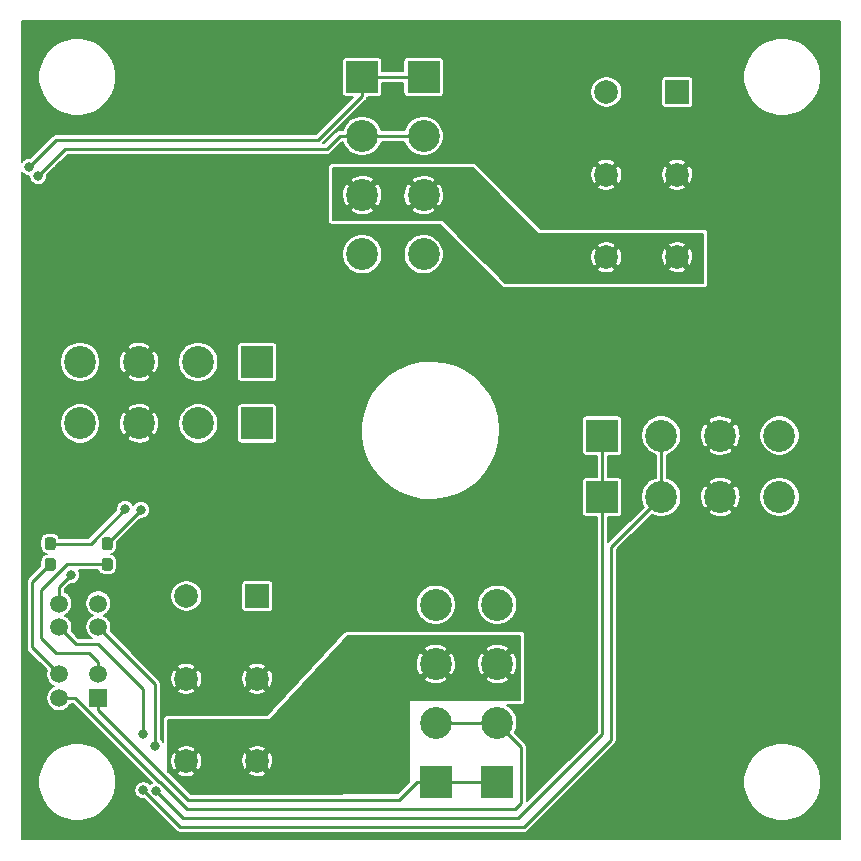
<source format=gbr>
G04 #@! TF.GenerationSoftware,KiCad,Pcbnew,5.1.2*
G04 #@! TF.CreationDate,2019-07-06T13:44:52+02:00*
G04 #@! TF.ProjectId,junction,6a756e63-7469-46f6-9e2e-6b696361645f,rev?*
G04 #@! TF.SameCoordinates,Original*
G04 #@! TF.FileFunction,Copper,L1,Top*
G04 #@! TF.FilePolarity,Positive*
%FSLAX46Y46*%
G04 Gerber Fmt 4.6, Leading zero omitted, Abs format (unit mm)*
G04 Created by KiCad (PCBNEW 5.1.2) date 2019-07-06 13:44:52*
%MOMM*%
%LPD*%
G04 APERTURE LIST*
%ADD10C,2.700000*%
%ADD11R,2.700000X2.700000*%
%ADD12C,0.100000*%
%ADD13C,0.950000*%
%ADD14R,2.000000X2.000000*%
%ADD15C,2.000000*%
%ADD16R,1.500000X1.500000*%
%ADD17C,1.500000*%
%ADD18C,0.800000*%
%ADD19C,0.250000*%
%ADD20C,0.200000*%
G04 APERTURE END LIST*
D10*
X35440000Y-49770000D03*
X35440000Y-54770000D03*
D11*
X35440000Y-64770000D03*
D10*
X35440000Y-59770000D03*
X40640000Y-49770000D03*
X40640000Y-54770000D03*
X40640000Y-59770000D03*
D11*
X40640000Y-64770000D03*
X20320000Y-29210000D03*
D10*
X15320000Y-29210000D03*
X10320000Y-29210000D03*
X5320000Y-29210000D03*
X15320000Y-34410000D03*
D11*
X20320000Y-34410000D03*
D10*
X10320000Y-34410000D03*
X5320000Y-34410000D03*
X34410000Y-20080000D03*
X34410000Y-15080000D03*
D11*
X34410000Y-5080000D03*
D10*
X34410000Y-10080000D03*
X29210000Y-20080000D03*
X29210000Y-15080000D03*
X29210000Y-10080000D03*
D11*
X29210000Y-5080000D03*
X49530000Y-40640000D03*
D10*
X54530000Y-40640000D03*
X59530000Y-40640000D03*
X64530000Y-40640000D03*
X54530000Y-35440000D03*
D11*
X49530000Y-35440000D03*
D10*
X59530000Y-35440000D03*
X64530000Y-35440000D03*
D12*
G36*
X7880779Y-44067144D02*
G01*
X7903834Y-44070563D01*
X7926443Y-44076227D01*
X7948387Y-44084079D01*
X7969457Y-44094044D01*
X7989448Y-44106026D01*
X8008168Y-44119910D01*
X8025438Y-44135562D01*
X8041090Y-44152832D01*
X8054974Y-44171552D01*
X8066956Y-44191543D01*
X8076921Y-44212613D01*
X8084773Y-44234557D01*
X8090437Y-44257166D01*
X8093856Y-44280221D01*
X8095000Y-44303500D01*
X8095000Y-44878500D01*
X8093856Y-44901779D01*
X8090437Y-44924834D01*
X8084773Y-44947443D01*
X8076921Y-44969387D01*
X8066956Y-44990457D01*
X8054974Y-45010448D01*
X8041090Y-45029168D01*
X8025438Y-45046438D01*
X8008168Y-45062090D01*
X7989448Y-45075974D01*
X7969457Y-45087956D01*
X7948387Y-45097921D01*
X7926443Y-45105773D01*
X7903834Y-45111437D01*
X7880779Y-45114856D01*
X7857500Y-45116000D01*
X7382500Y-45116000D01*
X7359221Y-45114856D01*
X7336166Y-45111437D01*
X7313557Y-45105773D01*
X7291613Y-45097921D01*
X7270543Y-45087956D01*
X7250552Y-45075974D01*
X7231832Y-45062090D01*
X7214562Y-45046438D01*
X7198910Y-45029168D01*
X7185026Y-45010448D01*
X7173044Y-44990457D01*
X7163079Y-44969387D01*
X7155227Y-44947443D01*
X7149563Y-44924834D01*
X7146144Y-44901779D01*
X7145000Y-44878500D01*
X7145000Y-44303500D01*
X7146144Y-44280221D01*
X7149563Y-44257166D01*
X7155227Y-44234557D01*
X7163079Y-44212613D01*
X7173044Y-44191543D01*
X7185026Y-44171552D01*
X7198910Y-44152832D01*
X7214562Y-44135562D01*
X7231832Y-44119910D01*
X7250552Y-44106026D01*
X7270543Y-44094044D01*
X7291613Y-44084079D01*
X7313557Y-44076227D01*
X7336166Y-44070563D01*
X7359221Y-44067144D01*
X7382500Y-44066000D01*
X7857500Y-44066000D01*
X7880779Y-44067144D01*
X7880779Y-44067144D01*
G37*
D13*
X7620000Y-44591000D03*
D12*
G36*
X7880779Y-45817144D02*
G01*
X7903834Y-45820563D01*
X7926443Y-45826227D01*
X7948387Y-45834079D01*
X7969457Y-45844044D01*
X7989448Y-45856026D01*
X8008168Y-45869910D01*
X8025438Y-45885562D01*
X8041090Y-45902832D01*
X8054974Y-45921552D01*
X8066956Y-45941543D01*
X8076921Y-45962613D01*
X8084773Y-45984557D01*
X8090437Y-46007166D01*
X8093856Y-46030221D01*
X8095000Y-46053500D01*
X8095000Y-46628500D01*
X8093856Y-46651779D01*
X8090437Y-46674834D01*
X8084773Y-46697443D01*
X8076921Y-46719387D01*
X8066956Y-46740457D01*
X8054974Y-46760448D01*
X8041090Y-46779168D01*
X8025438Y-46796438D01*
X8008168Y-46812090D01*
X7989448Y-46825974D01*
X7969457Y-46837956D01*
X7948387Y-46847921D01*
X7926443Y-46855773D01*
X7903834Y-46861437D01*
X7880779Y-46864856D01*
X7857500Y-46866000D01*
X7382500Y-46866000D01*
X7359221Y-46864856D01*
X7336166Y-46861437D01*
X7313557Y-46855773D01*
X7291613Y-46847921D01*
X7270543Y-46837956D01*
X7250552Y-46825974D01*
X7231832Y-46812090D01*
X7214562Y-46796438D01*
X7198910Y-46779168D01*
X7185026Y-46760448D01*
X7173044Y-46740457D01*
X7163079Y-46719387D01*
X7155227Y-46697443D01*
X7149563Y-46674834D01*
X7146144Y-46651779D01*
X7145000Y-46628500D01*
X7145000Y-46053500D01*
X7146144Y-46030221D01*
X7149563Y-46007166D01*
X7155227Y-45984557D01*
X7163079Y-45962613D01*
X7173044Y-45941543D01*
X7185026Y-45921552D01*
X7198910Y-45902832D01*
X7214562Y-45885562D01*
X7231832Y-45869910D01*
X7250552Y-45856026D01*
X7270543Y-45844044D01*
X7291613Y-45834079D01*
X7313557Y-45826227D01*
X7336166Y-45820563D01*
X7359221Y-45817144D01*
X7382500Y-45816000D01*
X7857500Y-45816000D01*
X7880779Y-45817144D01*
X7880779Y-45817144D01*
G37*
D13*
X7620000Y-46341000D03*
D12*
G36*
X3054779Y-44067144D02*
G01*
X3077834Y-44070563D01*
X3100443Y-44076227D01*
X3122387Y-44084079D01*
X3143457Y-44094044D01*
X3163448Y-44106026D01*
X3182168Y-44119910D01*
X3199438Y-44135562D01*
X3215090Y-44152832D01*
X3228974Y-44171552D01*
X3240956Y-44191543D01*
X3250921Y-44212613D01*
X3258773Y-44234557D01*
X3264437Y-44257166D01*
X3267856Y-44280221D01*
X3269000Y-44303500D01*
X3269000Y-44878500D01*
X3267856Y-44901779D01*
X3264437Y-44924834D01*
X3258773Y-44947443D01*
X3250921Y-44969387D01*
X3240956Y-44990457D01*
X3228974Y-45010448D01*
X3215090Y-45029168D01*
X3199438Y-45046438D01*
X3182168Y-45062090D01*
X3163448Y-45075974D01*
X3143457Y-45087956D01*
X3122387Y-45097921D01*
X3100443Y-45105773D01*
X3077834Y-45111437D01*
X3054779Y-45114856D01*
X3031500Y-45116000D01*
X2556500Y-45116000D01*
X2533221Y-45114856D01*
X2510166Y-45111437D01*
X2487557Y-45105773D01*
X2465613Y-45097921D01*
X2444543Y-45087956D01*
X2424552Y-45075974D01*
X2405832Y-45062090D01*
X2388562Y-45046438D01*
X2372910Y-45029168D01*
X2359026Y-45010448D01*
X2347044Y-44990457D01*
X2337079Y-44969387D01*
X2329227Y-44947443D01*
X2323563Y-44924834D01*
X2320144Y-44901779D01*
X2319000Y-44878500D01*
X2319000Y-44303500D01*
X2320144Y-44280221D01*
X2323563Y-44257166D01*
X2329227Y-44234557D01*
X2337079Y-44212613D01*
X2347044Y-44191543D01*
X2359026Y-44171552D01*
X2372910Y-44152832D01*
X2388562Y-44135562D01*
X2405832Y-44119910D01*
X2424552Y-44106026D01*
X2444543Y-44094044D01*
X2465613Y-44084079D01*
X2487557Y-44076227D01*
X2510166Y-44070563D01*
X2533221Y-44067144D01*
X2556500Y-44066000D01*
X3031500Y-44066000D01*
X3054779Y-44067144D01*
X3054779Y-44067144D01*
G37*
D13*
X2794000Y-44591000D03*
D12*
G36*
X3054779Y-45817144D02*
G01*
X3077834Y-45820563D01*
X3100443Y-45826227D01*
X3122387Y-45834079D01*
X3143457Y-45844044D01*
X3163448Y-45856026D01*
X3182168Y-45869910D01*
X3199438Y-45885562D01*
X3215090Y-45902832D01*
X3228974Y-45921552D01*
X3240956Y-45941543D01*
X3250921Y-45962613D01*
X3258773Y-45984557D01*
X3264437Y-46007166D01*
X3267856Y-46030221D01*
X3269000Y-46053500D01*
X3269000Y-46628500D01*
X3267856Y-46651779D01*
X3264437Y-46674834D01*
X3258773Y-46697443D01*
X3250921Y-46719387D01*
X3240956Y-46740457D01*
X3228974Y-46760448D01*
X3215090Y-46779168D01*
X3199438Y-46796438D01*
X3182168Y-46812090D01*
X3163448Y-46825974D01*
X3143457Y-46837956D01*
X3122387Y-46847921D01*
X3100443Y-46855773D01*
X3077834Y-46861437D01*
X3054779Y-46864856D01*
X3031500Y-46866000D01*
X2556500Y-46866000D01*
X2533221Y-46864856D01*
X2510166Y-46861437D01*
X2487557Y-46855773D01*
X2465613Y-46847921D01*
X2444543Y-46837956D01*
X2424552Y-46825974D01*
X2405832Y-46812090D01*
X2388562Y-46796438D01*
X2372910Y-46779168D01*
X2359026Y-46760448D01*
X2347044Y-46740457D01*
X2337079Y-46719387D01*
X2329227Y-46697443D01*
X2323563Y-46674834D01*
X2320144Y-46651779D01*
X2319000Y-46628500D01*
X2319000Y-46053500D01*
X2320144Y-46030221D01*
X2323563Y-46007166D01*
X2329227Y-45984557D01*
X2337079Y-45962613D01*
X2347044Y-45941543D01*
X2359026Y-45921552D01*
X2372910Y-45902832D01*
X2388562Y-45885562D01*
X2405832Y-45869910D01*
X2424552Y-45856026D01*
X2444543Y-45844044D01*
X2465613Y-45834079D01*
X2487557Y-45826227D01*
X2510166Y-45820563D01*
X2533221Y-45817144D01*
X2556500Y-45816000D01*
X3031500Y-45816000D01*
X3054779Y-45817144D01*
X3054779Y-45817144D01*
G37*
D13*
X2794000Y-46341000D03*
D14*
X55880000Y-6350000D03*
D15*
X55880000Y-13350000D03*
X55880000Y-20335000D03*
X49880000Y-6350000D03*
X49880000Y-13350000D03*
X49880000Y-20350000D03*
D14*
X20320000Y-49022000D03*
D15*
X20320000Y-56022000D03*
X20320000Y-63007000D03*
X14320000Y-49022000D03*
X14320000Y-56022000D03*
X14320000Y-63022000D03*
D16*
X6858000Y-57658000D03*
D17*
X6858000Y-55658000D03*
X6858000Y-51658000D03*
X6858000Y-49658000D03*
X3558000Y-57658000D03*
X3558000Y-55658000D03*
X3558000Y-51658000D03*
X3558000Y-49658000D03*
D18*
X11684000Y-61722000D03*
X11720057Y-65495943D03*
X10668000Y-65469205D03*
X10668000Y-60706000D03*
X1016000Y-12700000D03*
X4572000Y-47244000D03*
X1778000Y-13462000D03*
X10484500Y-41726500D03*
X9144000Y-41656000D03*
D19*
X7045000Y-46341000D02*
X7620000Y-46341000D01*
X2032000Y-48514000D02*
X4205000Y-46341000D01*
X6858000Y-54597340D02*
X6108660Y-53848000D01*
X3302000Y-53848000D02*
X2032000Y-52578000D01*
X2032000Y-52578000D02*
X2032000Y-48514000D01*
X4205000Y-46341000D02*
X7045000Y-46341000D01*
X6858000Y-55658000D02*
X6858000Y-54597340D01*
X6108660Y-53848000D02*
X3302000Y-53848000D01*
X2294928Y-46840072D02*
X2794000Y-46341000D01*
X1270000Y-47865000D02*
X2294928Y-46840072D01*
X3558000Y-55658000D02*
X1270000Y-53370000D01*
X1270000Y-53370000D02*
X1270000Y-47865000D01*
X35440000Y-64770000D02*
X40640000Y-64770000D01*
X14494000Y-66294000D02*
X32316000Y-66294000D01*
X6858000Y-58658000D02*
X14494000Y-66294000D01*
X6858000Y-57658000D02*
X6858000Y-58658000D01*
X33840000Y-64770000D02*
X35440000Y-64770000D01*
X32316000Y-66294000D02*
X33840000Y-64770000D01*
X35440000Y-59770000D02*
X40640000Y-59770000D01*
X41989999Y-61119999D02*
X40640000Y-59770000D01*
X4896795Y-57658000D02*
X12009736Y-64770941D01*
X42672000Y-61802000D02*
X41989999Y-61119999D01*
X3558000Y-57658000D02*
X4896795Y-57658000D01*
X12068059Y-64770941D02*
X14353116Y-67055998D01*
X42672000Y-66548000D02*
X42672000Y-61802000D01*
X42164002Y-67055998D02*
X42672000Y-66548000D01*
X14353116Y-67055998D02*
X42164002Y-67055998D01*
X12009736Y-64770941D02*
X12068059Y-64770941D01*
X49530000Y-37040000D02*
X49530000Y-40640000D01*
X49530000Y-35440000D02*
X49530000Y-37040000D01*
X11684000Y-56484000D02*
X11684000Y-61722000D01*
X6858000Y-51658000D02*
X11684000Y-56484000D01*
X49530000Y-60706000D02*
X49530000Y-40640000D01*
X42418000Y-67818000D02*
X49530000Y-60706000D01*
X11720057Y-65495943D02*
X14042114Y-67818000D01*
X14042114Y-67818000D02*
X42418000Y-67818000D01*
X54530000Y-38730812D02*
X54530000Y-35440000D01*
X54530000Y-40640000D02*
X54530000Y-38730812D01*
X50292000Y-44878000D02*
X54530000Y-40640000D01*
X50292000Y-61182603D02*
X50292000Y-44878000D01*
X42894603Y-68580000D02*
X50292000Y-61182603D01*
X10668000Y-65469205D02*
X13778795Y-68580000D01*
X13778795Y-68580000D02*
X42894603Y-68580000D01*
X10668000Y-60140315D02*
X10668000Y-60706000D01*
X10668000Y-56896000D02*
X10668000Y-60140315D01*
X6858000Y-53086000D02*
X10668000Y-56896000D01*
X3558000Y-51658000D02*
X4986000Y-53086000D01*
X4986000Y-53086000D02*
X6858000Y-53086000D01*
X29210000Y-6680000D02*
X29210000Y-5080000D01*
X25476000Y-10414000D02*
X29210000Y-6680000D01*
X1016000Y-12700000D02*
X3302000Y-10414000D01*
X3302000Y-10414000D02*
X25476000Y-10414000D01*
X30810000Y-5080000D02*
X34410000Y-5080000D01*
X29210000Y-5080000D02*
X30810000Y-5080000D01*
X3558000Y-49658000D02*
X3558000Y-48258000D01*
X3558000Y-48258000D02*
X4572000Y-47244000D01*
X1778000Y-13462000D02*
X4064000Y-11176000D01*
X27300812Y-10080000D02*
X29210000Y-10080000D01*
X26204812Y-11176000D02*
X27300812Y-10080000D01*
X4064000Y-11176000D02*
X26204812Y-11176000D01*
X31119188Y-10080000D02*
X34410000Y-10080000D01*
X29210000Y-10080000D02*
X31119188Y-10080000D01*
X7620000Y-44591000D02*
X10484500Y-41726500D01*
X15240000Y-34490000D02*
X15320000Y-34410000D01*
X15320000Y-35480000D02*
X15320000Y-34410000D01*
X2794000Y-44591000D02*
X6209000Y-44591000D01*
X6209000Y-44591000D02*
X9144000Y-41656000D01*
D20*
G36*
X69621001Y-69621000D02*
G01*
X379000Y-69621000D01*
X379000Y-64444978D01*
X1780000Y-64444978D01*
X1780000Y-65095022D01*
X1906817Y-65732574D01*
X2155578Y-66333136D01*
X2516723Y-66873627D01*
X2976373Y-67333277D01*
X3516864Y-67694422D01*
X4117426Y-67943183D01*
X4754978Y-68070000D01*
X5405022Y-68070000D01*
X6042574Y-67943183D01*
X6643136Y-67694422D01*
X7183627Y-67333277D01*
X7643277Y-66873627D01*
X8004422Y-66333136D01*
X8253183Y-65732574D01*
X8380000Y-65095022D01*
X8380000Y-64444978D01*
X8253183Y-63807426D01*
X8004422Y-63206864D01*
X7643277Y-62666373D01*
X7183627Y-62206723D01*
X6643136Y-61845578D01*
X6042574Y-61596817D01*
X5405022Y-61470000D01*
X4754978Y-61470000D01*
X4117426Y-61596817D01*
X3516864Y-61845578D01*
X2976373Y-62206723D01*
X2516723Y-62666373D01*
X2155578Y-63206864D01*
X1906817Y-63807426D01*
X1780000Y-64444978D01*
X379000Y-64444978D01*
X379000Y-47865000D01*
X788683Y-47865000D01*
X791001Y-47888533D01*
X791000Y-53346477D01*
X788683Y-53370000D01*
X791000Y-53393523D01*
X791000Y-53393525D01*
X797931Y-53463899D01*
X825321Y-53554191D01*
X869800Y-53637405D01*
X929657Y-53710343D01*
X947940Y-53725347D01*
X2514627Y-55292035D01*
X2496426Y-55335975D01*
X2454000Y-55549265D01*
X2454000Y-55766735D01*
X2496426Y-55980025D01*
X2579648Y-56180940D01*
X2700467Y-56361759D01*
X2854241Y-56515533D01*
X3035060Y-56636352D01*
X3087323Y-56658000D01*
X3035060Y-56679648D01*
X2854241Y-56800467D01*
X2700467Y-56954241D01*
X2579648Y-57135060D01*
X2496426Y-57335975D01*
X2454000Y-57549265D01*
X2454000Y-57766735D01*
X2496426Y-57980025D01*
X2579648Y-58180940D01*
X2700467Y-58361759D01*
X2854241Y-58515533D01*
X3035060Y-58636352D01*
X3235975Y-58719574D01*
X3449265Y-58762000D01*
X3666735Y-58762000D01*
X3880025Y-58719574D01*
X4080940Y-58636352D01*
X4261759Y-58515533D01*
X4415533Y-58361759D01*
X4536352Y-58180940D01*
X4554553Y-58137000D01*
X4698388Y-58137000D01*
X11381459Y-64820071D01*
X11362904Y-64827757D01*
X11239410Y-64910273D01*
X11207398Y-64942286D01*
X11148647Y-64883535D01*
X11025153Y-64801019D01*
X10887934Y-64744181D01*
X10742262Y-64715205D01*
X10593738Y-64715205D01*
X10448066Y-64744181D01*
X10310847Y-64801019D01*
X10187353Y-64883535D01*
X10082330Y-64988558D01*
X9999814Y-65112052D01*
X9942976Y-65249271D01*
X9914000Y-65394943D01*
X9914000Y-65543467D01*
X9942976Y-65689139D01*
X9999814Y-65826358D01*
X10082330Y-65949852D01*
X10187353Y-66054875D01*
X10310847Y-66137391D01*
X10448066Y-66194229D01*
X10593738Y-66223205D01*
X10742262Y-66223205D01*
X10744206Y-66222818D01*
X13423457Y-68902071D01*
X13438452Y-68920343D01*
X13456724Y-68935338D01*
X13456725Y-68935339D01*
X13511388Y-68980200D01*
X13569360Y-69011186D01*
X13594603Y-69024679D01*
X13684895Y-69052069D01*
X13755269Y-69059000D01*
X13755273Y-69059000D01*
X13778794Y-69061317D01*
X13802315Y-69059000D01*
X42871080Y-69059000D01*
X42894603Y-69061317D01*
X42918126Y-69059000D01*
X42918129Y-69059000D01*
X42988503Y-69052069D01*
X43078795Y-69024679D01*
X43162008Y-68980200D01*
X43234946Y-68920343D01*
X43249950Y-68902060D01*
X47707032Y-64444978D01*
X61470000Y-64444978D01*
X61470000Y-65095022D01*
X61596817Y-65732574D01*
X61845578Y-66333136D01*
X62206723Y-66873627D01*
X62666373Y-67333277D01*
X63206864Y-67694422D01*
X63807426Y-67943183D01*
X64444978Y-68070000D01*
X65095022Y-68070000D01*
X65732574Y-67943183D01*
X66333136Y-67694422D01*
X66873627Y-67333277D01*
X67333277Y-66873627D01*
X67694422Y-66333136D01*
X67943183Y-65732574D01*
X68070000Y-65095022D01*
X68070000Y-64444978D01*
X67943183Y-63807426D01*
X67694422Y-63206864D01*
X67333277Y-62666373D01*
X66873627Y-62206723D01*
X66333136Y-61845578D01*
X65732574Y-61596817D01*
X65095022Y-61470000D01*
X64444978Y-61470000D01*
X63807426Y-61596817D01*
X63206864Y-61845578D01*
X62666373Y-62206723D01*
X62206723Y-62666373D01*
X61845578Y-63206864D01*
X61596817Y-63807426D01*
X61470000Y-64444978D01*
X47707032Y-64444978D01*
X50614065Y-61537946D01*
X50632343Y-61522946D01*
X50672511Y-61474000D01*
X50692200Y-61450009D01*
X50736678Y-61366796D01*
X50736679Y-61366795D01*
X50764069Y-61276503D01*
X50771000Y-61206129D01*
X50771000Y-61206125D01*
X50773317Y-61182604D01*
X50771000Y-61159083D01*
X50771000Y-45076407D01*
X53707561Y-42139847D01*
X53722853Y-42150065D01*
X54032962Y-42278516D01*
X54362171Y-42344000D01*
X54697829Y-42344000D01*
X55027038Y-42278516D01*
X55337147Y-42150065D01*
X55616237Y-41963583D01*
X55687940Y-41891880D01*
X58495909Y-41891880D01*
X58652235Y-42110141D01*
X58955911Y-42253135D01*
X59281650Y-42334139D01*
X59616932Y-42350037D01*
X59948873Y-42300220D01*
X60264717Y-42186602D01*
X60407765Y-42110141D01*
X60564091Y-41891880D01*
X59530000Y-40857789D01*
X58495909Y-41891880D01*
X55687940Y-41891880D01*
X55853583Y-41726237D01*
X56040065Y-41447147D01*
X56168516Y-41137038D01*
X56234000Y-40807829D01*
X56234000Y-40726932D01*
X57819963Y-40726932D01*
X57869780Y-41058873D01*
X57983398Y-41374717D01*
X58059859Y-41517765D01*
X58278120Y-41674091D01*
X59312211Y-40640000D01*
X59747789Y-40640000D01*
X60781880Y-41674091D01*
X61000141Y-41517765D01*
X61143135Y-41214089D01*
X61224139Y-40888350D01*
X61240037Y-40553068D01*
X61227897Y-40472171D01*
X62826000Y-40472171D01*
X62826000Y-40807829D01*
X62891484Y-41137038D01*
X63019935Y-41447147D01*
X63206417Y-41726237D01*
X63443763Y-41963583D01*
X63722853Y-42150065D01*
X64032962Y-42278516D01*
X64362171Y-42344000D01*
X64697829Y-42344000D01*
X65027038Y-42278516D01*
X65337147Y-42150065D01*
X65616237Y-41963583D01*
X65853583Y-41726237D01*
X66040065Y-41447147D01*
X66168516Y-41137038D01*
X66234000Y-40807829D01*
X66234000Y-40472171D01*
X66168516Y-40142962D01*
X66040065Y-39832853D01*
X65853583Y-39553763D01*
X65616237Y-39316417D01*
X65337147Y-39129935D01*
X65027038Y-39001484D01*
X64697829Y-38936000D01*
X64362171Y-38936000D01*
X64032962Y-39001484D01*
X63722853Y-39129935D01*
X63443763Y-39316417D01*
X63206417Y-39553763D01*
X63019935Y-39832853D01*
X62891484Y-40142962D01*
X62826000Y-40472171D01*
X61227897Y-40472171D01*
X61190220Y-40221127D01*
X61076602Y-39905283D01*
X61000141Y-39762235D01*
X60781880Y-39605909D01*
X59747789Y-40640000D01*
X59312211Y-40640000D01*
X58278120Y-39605909D01*
X58059859Y-39762235D01*
X57916865Y-40065911D01*
X57835861Y-40391650D01*
X57819963Y-40726932D01*
X56234000Y-40726932D01*
X56234000Y-40472171D01*
X56168516Y-40142962D01*
X56040065Y-39832853D01*
X55853583Y-39553763D01*
X55687940Y-39388120D01*
X58495909Y-39388120D01*
X59530000Y-40422211D01*
X60564091Y-39388120D01*
X60407765Y-39169859D01*
X60104089Y-39026865D01*
X59778350Y-38945861D01*
X59443068Y-38929963D01*
X59111127Y-38979780D01*
X58795283Y-39093398D01*
X58652235Y-39169859D01*
X58495909Y-39388120D01*
X55687940Y-39388120D01*
X55616237Y-39316417D01*
X55337147Y-39129935D01*
X55027038Y-39001484D01*
X55009000Y-38997896D01*
X55009000Y-37082104D01*
X55027038Y-37078516D01*
X55337147Y-36950065D01*
X55616237Y-36763583D01*
X55687940Y-36691880D01*
X58495909Y-36691880D01*
X58652235Y-36910141D01*
X58955911Y-37053135D01*
X59281650Y-37134139D01*
X59616932Y-37150037D01*
X59948873Y-37100220D01*
X60264717Y-36986602D01*
X60407765Y-36910141D01*
X60564091Y-36691880D01*
X59530000Y-35657789D01*
X58495909Y-36691880D01*
X55687940Y-36691880D01*
X55853583Y-36526237D01*
X56040065Y-36247147D01*
X56168516Y-35937038D01*
X56234000Y-35607829D01*
X56234000Y-35526932D01*
X57819963Y-35526932D01*
X57869780Y-35858873D01*
X57983398Y-36174717D01*
X58059859Y-36317765D01*
X58278120Y-36474091D01*
X59312211Y-35440000D01*
X59747789Y-35440000D01*
X60781880Y-36474091D01*
X61000141Y-36317765D01*
X61143135Y-36014089D01*
X61224139Y-35688350D01*
X61240037Y-35353068D01*
X61227897Y-35272171D01*
X62826000Y-35272171D01*
X62826000Y-35607829D01*
X62891484Y-35937038D01*
X63019935Y-36247147D01*
X63206417Y-36526237D01*
X63443763Y-36763583D01*
X63722853Y-36950065D01*
X64032962Y-37078516D01*
X64362171Y-37144000D01*
X64697829Y-37144000D01*
X65027038Y-37078516D01*
X65337147Y-36950065D01*
X65616237Y-36763583D01*
X65853583Y-36526237D01*
X66040065Y-36247147D01*
X66168516Y-35937038D01*
X66234000Y-35607829D01*
X66234000Y-35272171D01*
X66168516Y-34942962D01*
X66040065Y-34632853D01*
X65853583Y-34353763D01*
X65616237Y-34116417D01*
X65337147Y-33929935D01*
X65027038Y-33801484D01*
X64697829Y-33736000D01*
X64362171Y-33736000D01*
X64032962Y-33801484D01*
X63722853Y-33929935D01*
X63443763Y-34116417D01*
X63206417Y-34353763D01*
X63019935Y-34632853D01*
X62891484Y-34942962D01*
X62826000Y-35272171D01*
X61227897Y-35272171D01*
X61190220Y-35021127D01*
X61076602Y-34705283D01*
X61000141Y-34562235D01*
X60781880Y-34405909D01*
X59747789Y-35440000D01*
X59312211Y-35440000D01*
X58278120Y-34405909D01*
X58059859Y-34562235D01*
X57916865Y-34865911D01*
X57835861Y-35191650D01*
X57819963Y-35526932D01*
X56234000Y-35526932D01*
X56234000Y-35272171D01*
X56168516Y-34942962D01*
X56040065Y-34632853D01*
X55853583Y-34353763D01*
X55687940Y-34188120D01*
X58495909Y-34188120D01*
X59530000Y-35222211D01*
X60564091Y-34188120D01*
X60407765Y-33969859D01*
X60104089Y-33826865D01*
X59778350Y-33745861D01*
X59443068Y-33729963D01*
X59111127Y-33779780D01*
X58795283Y-33893398D01*
X58652235Y-33969859D01*
X58495909Y-34188120D01*
X55687940Y-34188120D01*
X55616237Y-34116417D01*
X55337147Y-33929935D01*
X55027038Y-33801484D01*
X54697829Y-33736000D01*
X54362171Y-33736000D01*
X54032962Y-33801484D01*
X53722853Y-33929935D01*
X53443763Y-34116417D01*
X53206417Y-34353763D01*
X53019935Y-34632853D01*
X52891484Y-34942962D01*
X52826000Y-35272171D01*
X52826000Y-35607829D01*
X52891484Y-35937038D01*
X53019935Y-36247147D01*
X53206417Y-36526237D01*
X53443763Y-36763583D01*
X53722853Y-36950065D01*
X54032962Y-37078516D01*
X54051001Y-37082104D01*
X54051000Y-38754337D01*
X54051001Y-38754347D01*
X54051001Y-38997896D01*
X54032962Y-39001484D01*
X53722853Y-39129935D01*
X53443763Y-39316417D01*
X53206417Y-39553763D01*
X53019935Y-39832853D01*
X52891484Y-40142962D01*
X52826000Y-40472171D01*
X52826000Y-40807829D01*
X52891484Y-41137038D01*
X53019935Y-41447147D01*
X53030153Y-41462439D01*
X50009000Y-44483593D01*
X50009000Y-42345712D01*
X50880000Y-42345712D01*
X50949396Y-42338877D01*
X51016125Y-42318635D01*
X51077623Y-42285764D01*
X51131526Y-42241526D01*
X51175764Y-42187623D01*
X51208635Y-42126125D01*
X51228877Y-42059396D01*
X51235712Y-41990000D01*
X51235712Y-39290000D01*
X51228877Y-39220604D01*
X51208635Y-39153875D01*
X51175764Y-39092377D01*
X51131526Y-39038474D01*
X51077623Y-38994236D01*
X51016125Y-38961365D01*
X50949396Y-38941123D01*
X50880000Y-38934288D01*
X50009000Y-38934288D01*
X50009000Y-37145712D01*
X50880000Y-37145712D01*
X50949396Y-37138877D01*
X51016125Y-37118635D01*
X51077623Y-37085764D01*
X51131526Y-37041526D01*
X51175764Y-36987623D01*
X51208635Y-36926125D01*
X51228877Y-36859396D01*
X51235712Y-36790000D01*
X51235712Y-34090000D01*
X51228877Y-34020604D01*
X51208635Y-33953875D01*
X51175764Y-33892377D01*
X51131526Y-33838474D01*
X51077623Y-33794236D01*
X51016125Y-33761365D01*
X50949396Y-33741123D01*
X50880000Y-33734288D01*
X48180000Y-33734288D01*
X48110604Y-33741123D01*
X48043875Y-33761365D01*
X47982377Y-33794236D01*
X47928474Y-33838474D01*
X47884236Y-33892377D01*
X47851365Y-33953875D01*
X47831123Y-34020604D01*
X47824288Y-34090000D01*
X47824288Y-36790000D01*
X47831123Y-36859396D01*
X47851365Y-36926125D01*
X47884236Y-36987623D01*
X47928474Y-37041526D01*
X47982377Y-37085764D01*
X48043875Y-37118635D01*
X48110604Y-37138877D01*
X48180000Y-37145712D01*
X49051000Y-37145712D01*
X49051001Y-38934288D01*
X48180000Y-38934288D01*
X48110604Y-38941123D01*
X48043875Y-38961365D01*
X47982377Y-38994236D01*
X47928474Y-39038474D01*
X47884236Y-39092377D01*
X47851365Y-39153875D01*
X47831123Y-39220604D01*
X47824288Y-39290000D01*
X47824288Y-41990000D01*
X47831123Y-42059396D01*
X47851365Y-42126125D01*
X47884236Y-42187623D01*
X47928474Y-42241526D01*
X47982377Y-42285764D01*
X48043875Y-42318635D01*
X48110604Y-42338877D01*
X48180000Y-42345712D01*
X49051001Y-42345712D01*
X49051000Y-60507592D01*
X43151000Y-66407593D01*
X43151000Y-61825520D01*
X43153317Y-61801999D01*
X43151000Y-61778474D01*
X43144069Y-61708100D01*
X43116679Y-61617808D01*
X43088280Y-61564678D01*
X43072200Y-61534594D01*
X43045505Y-61502066D01*
X43012343Y-61461657D01*
X42994065Y-61446657D01*
X42345342Y-60797935D01*
X42345338Y-60797930D01*
X42139847Y-60592439D01*
X42150065Y-60577147D01*
X42278516Y-60267038D01*
X42344000Y-59937829D01*
X42344000Y-59602171D01*
X42278516Y-59272962D01*
X42150065Y-58962853D01*
X41963583Y-58683763D01*
X41726237Y-58446417D01*
X41456224Y-58266000D01*
X42672000Y-58266000D01*
X42741062Y-58259198D01*
X42807470Y-58239053D01*
X42868672Y-58206340D01*
X42922316Y-58162316D01*
X42966340Y-58108672D01*
X42999053Y-58047470D01*
X43019198Y-57981062D01*
X43026000Y-57912000D01*
X43026000Y-52324000D01*
X43019198Y-52254938D01*
X42999053Y-52188530D01*
X42966340Y-52127328D01*
X42922316Y-52073684D01*
X42868672Y-52029660D01*
X42807470Y-51996947D01*
X42741062Y-51976802D01*
X42672000Y-51970000D01*
X27940000Y-51970000D01*
X27858135Y-51979596D01*
X27792518Y-52002185D01*
X27732569Y-52037141D01*
X27680591Y-52083120D01*
X21181631Y-59082000D01*
X12700000Y-59082000D01*
X12630938Y-59088802D01*
X12564530Y-59108947D01*
X12503328Y-59141660D01*
X12449684Y-59185684D01*
X12405660Y-59239328D01*
X12372947Y-59300530D01*
X12352802Y-59366938D01*
X12346000Y-59436000D01*
X12346000Y-61355589D01*
X12269670Y-61241353D01*
X12164647Y-61136330D01*
X12163000Y-61135230D01*
X12163000Y-57023755D01*
X13536034Y-57023755D01*
X13650016Y-57206154D01*
X13893907Y-57314108D01*
X14154171Y-57372408D01*
X14420809Y-57378812D01*
X14683574Y-57333074D01*
X14932366Y-57236952D01*
X14989984Y-57206154D01*
X15103966Y-57023755D01*
X19536034Y-57023755D01*
X19650016Y-57206154D01*
X19893907Y-57314108D01*
X20154171Y-57372408D01*
X20420809Y-57378812D01*
X20683574Y-57333074D01*
X20932366Y-57236952D01*
X20989984Y-57206154D01*
X21103966Y-57023755D01*
X20320000Y-56239789D01*
X19536034Y-57023755D01*
X15103966Y-57023755D01*
X14320000Y-56239789D01*
X13536034Y-57023755D01*
X12163000Y-57023755D01*
X12163000Y-56507523D01*
X12165317Y-56484000D01*
X12163000Y-56460474D01*
X12156069Y-56390100D01*
X12128679Y-56299808D01*
X12096598Y-56239789D01*
X12084200Y-56216594D01*
X12059435Y-56186417D01*
X12024343Y-56143657D01*
X12006065Y-56128657D01*
X12000217Y-56122809D01*
X12963188Y-56122809D01*
X13008926Y-56385574D01*
X13105048Y-56634366D01*
X13135846Y-56691984D01*
X13318245Y-56805966D01*
X14102211Y-56022000D01*
X14537789Y-56022000D01*
X15321755Y-56805966D01*
X15504154Y-56691984D01*
X15612108Y-56448093D01*
X15670408Y-56187829D01*
X15671969Y-56122809D01*
X18963188Y-56122809D01*
X19008926Y-56385574D01*
X19105048Y-56634366D01*
X19135846Y-56691984D01*
X19318245Y-56805966D01*
X20102211Y-56022000D01*
X20537789Y-56022000D01*
X21321755Y-56805966D01*
X21504154Y-56691984D01*
X21612108Y-56448093D01*
X21670408Y-56187829D01*
X21676812Y-55921191D01*
X21631074Y-55658426D01*
X21534952Y-55409634D01*
X21504154Y-55352016D01*
X21321755Y-55238034D01*
X20537789Y-56022000D01*
X20102211Y-56022000D01*
X19318245Y-55238034D01*
X19135846Y-55352016D01*
X19027892Y-55595907D01*
X18969592Y-55856171D01*
X18963188Y-56122809D01*
X15671969Y-56122809D01*
X15676812Y-55921191D01*
X15631074Y-55658426D01*
X15534952Y-55409634D01*
X15504154Y-55352016D01*
X15321755Y-55238034D01*
X14537789Y-56022000D01*
X14102211Y-56022000D01*
X13318245Y-55238034D01*
X13135846Y-55352016D01*
X13027892Y-55595907D01*
X12969592Y-55856171D01*
X12963188Y-56122809D01*
X12000217Y-56122809D01*
X10897653Y-55020245D01*
X13536034Y-55020245D01*
X14320000Y-55804211D01*
X15103966Y-55020245D01*
X19536034Y-55020245D01*
X20320000Y-55804211D01*
X21103966Y-55020245D01*
X20989984Y-54837846D01*
X20746093Y-54729892D01*
X20485829Y-54671592D01*
X20219191Y-54665188D01*
X19956426Y-54710926D01*
X19707634Y-54807048D01*
X19650016Y-54837846D01*
X19536034Y-55020245D01*
X15103966Y-55020245D01*
X14989984Y-54837846D01*
X14746093Y-54729892D01*
X14485829Y-54671592D01*
X14219191Y-54665188D01*
X13956426Y-54710926D01*
X13707634Y-54807048D01*
X13650016Y-54837846D01*
X13536034Y-55020245D01*
X10897653Y-55020245D01*
X7901373Y-52023966D01*
X7919574Y-51980025D01*
X7962000Y-51766735D01*
X7962000Y-51549265D01*
X7919574Y-51335975D01*
X7836352Y-51135060D01*
X7715533Y-50954241D01*
X7561759Y-50800467D01*
X7380940Y-50679648D01*
X7328677Y-50658000D01*
X7380940Y-50636352D01*
X7561759Y-50515533D01*
X7715533Y-50361759D01*
X7836352Y-50180940D01*
X7919574Y-49980025D01*
X7962000Y-49766735D01*
X7962000Y-49549265D01*
X7919574Y-49335975D01*
X7836352Y-49135060D01*
X7715533Y-48954241D01*
X7649935Y-48888643D01*
X12966000Y-48888643D01*
X12966000Y-49155357D01*
X13018034Y-49416947D01*
X13120101Y-49663359D01*
X13268280Y-49885124D01*
X13456876Y-50073720D01*
X13678641Y-50221899D01*
X13925053Y-50323966D01*
X14186643Y-50376000D01*
X14453357Y-50376000D01*
X14714947Y-50323966D01*
X14961359Y-50221899D01*
X15183124Y-50073720D01*
X15371720Y-49885124D01*
X15519899Y-49663359D01*
X15621966Y-49416947D01*
X15674000Y-49155357D01*
X15674000Y-48888643D01*
X15621966Y-48627053D01*
X15519899Y-48380641D01*
X15371720Y-48158876D01*
X15234844Y-48022000D01*
X18964288Y-48022000D01*
X18964288Y-50022000D01*
X18971123Y-50091396D01*
X18991365Y-50158125D01*
X19024236Y-50219623D01*
X19068474Y-50273526D01*
X19122377Y-50317764D01*
X19183875Y-50350635D01*
X19250604Y-50370877D01*
X19320000Y-50377712D01*
X21320000Y-50377712D01*
X21389396Y-50370877D01*
X21456125Y-50350635D01*
X21517623Y-50317764D01*
X21571526Y-50273526D01*
X21615764Y-50219623D01*
X21648635Y-50158125D01*
X21668877Y-50091396D01*
X21675712Y-50022000D01*
X21675712Y-49602171D01*
X33736000Y-49602171D01*
X33736000Y-49937829D01*
X33801484Y-50267038D01*
X33929935Y-50577147D01*
X34116417Y-50856237D01*
X34353763Y-51093583D01*
X34632853Y-51280065D01*
X34942962Y-51408516D01*
X35272171Y-51474000D01*
X35607829Y-51474000D01*
X35937038Y-51408516D01*
X36247147Y-51280065D01*
X36526237Y-51093583D01*
X36763583Y-50856237D01*
X36950065Y-50577147D01*
X37078516Y-50267038D01*
X37144000Y-49937829D01*
X37144000Y-49602171D01*
X38936000Y-49602171D01*
X38936000Y-49937829D01*
X39001484Y-50267038D01*
X39129935Y-50577147D01*
X39316417Y-50856237D01*
X39553763Y-51093583D01*
X39832853Y-51280065D01*
X40142962Y-51408516D01*
X40472171Y-51474000D01*
X40807829Y-51474000D01*
X41137038Y-51408516D01*
X41447147Y-51280065D01*
X41726237Y-51093583D01*
X41963583Y-50856237D01*
X42150065Y-50577147D01*
X42278516Y-50267038D01*
X42344000Y-49937829D01*
X42344000Y-49602171D01*
X42278516Y-49272962D01*
X42150065Y-48962853D01*
X41963583Y-48683763D01*
X41726237Y-48446417D01*
X41447147Y-48259935D01*
X41137038Y-48131484D01*
X40807829Y-48066000D01*
X40472171Y-48066000D01*
X40142962Y-48131484D01*
X39832853Y-48259935D01*
X39553763Y-48446417D01*
X39316417Y-48683763D01*
X39129935Y-48962853D01*
X39001484Y-49272962D01*
X38936000Y-49602171D01*
X37144000Y-49602171D01*
X37078516Y-49272962D01*
X36950065Y-48962853D01*
X36763583Y-48683763D01*
X36526237Y-48446417D01*
X36247147Y-48259935D01*
X35937038Y-48131484D01*
X35607829Y-48066000D01*
X35272171Y-48066000D01*
X34942962Y-48131484D01*
X34632853Y-48259935D01*
X34353763Y-48446417D01*
X34116417Y-48683763D01*
X33929935Y-48962853D01*
X33801484Y-49272962D01*
X33736000Y-49602171D01*
X21675712Y-49602171D01*
X21675712Y-48022000D01*
X21668877Y-47952604D01*
X21648635Y-47885875D01*
X21615764Y-47824377D01*
X21571526Y-47770474D01*
X21517623Y-47726236D01*
X21456125Y-47693365D01*
X21389396Y-47673123D01*
X21320000Y-47666288D01*
X19320000Y-47666288D01*
X19250604Y-47673123D01*
X19183875Y-47693365D01*
X19122377Y-47726236D01*
X19068474Y-47770474D01*
X19024236Y-47824377D01*
X18991365Y-47885875D01*
X18971123Y-47952604D01*
X18964288Y-48022000D01*
X15234844Y-48022000D01*
X15183124Y-47970280D01*
X14961359Y-47822101D01*
X14714947Y-47720034D01*
X14453357Y-47668000D01*
X14186643Y-47668000D01*
X13925053Y-47720034D01*
X13678641Y-47822101D01*
X13456876Y-47970280D01*
X13268280Y-48158876D01*
X13120101Y-48380641D01*
X13018034Y-48627053D01*
X12966000Y-48888643D01*
X7649935Y-48888643D01*
X7561759Y-48800467D01*
X7380940Y-48679648D01*
X7180025Y-48596426D01*
X6966735Y-48554000D01*
X6749265Y-48554000D01*
X6535975Y-48596426D01*
X6335060Y-48679648D01*
X6154241Y-48800467D01*
X6000467Y-48954241D01*
X5879648Y-49135060D01*
X5796426Y-49335975D01*
X5754000Y-49549265D01*
X5754000Y-49766735D01*
X5796426Y-49980025D01*
X5879648Y-50180940D01*
X6000467Y-50361759D01*
X6154241Y-50515533D01*
X6335060Y-50636352D01*
X6387323Y-50658000D01*
X6335060Y-50679648D01*
X6154241Y-50800467D01*
X6000467Y-50954241D01*
X5879648Y-51135060D01*
X5796426Y-51335975D01*
X5754000Y-51549265D01*
X5754000Y-51766735D01*
X5796426Y-51980025D01*
X5879648Y-52180940D01*
X6000467Y-52361759D01*
X6154241Y-52515533D01*
X6291131Y-52607000D01*
X5184408Y-52607000D01*
X4601373Y-52023966D01*
X4619574Y-51980025D01*
X4662000Y-51766735D01*
X4662000Y-51549265D01*
X4619574Y-51335975D01*
X4536352Y-51135060D01*
X4415533Y-50954241D01*
X4261759Y-50800467D01*
X4080940Y-50679648D01*
X4028677Y-50658000D01*
X4080940Y-50636352D01*
X4261759Y-50515533D01*
X4415533Y-50361759D01*
X4536352Y-50180940D01*
X4619574Y-49980025D01*
X4662000Y-49766735D01*
X4662000Y-49549265D01*
X4619574Y-49335975D01*
X4536352Y-49135060D01*
X4415533Y-48954241D01*
X4261759Y-48800467D01*
X4080940Y-48679648D01*
X4037000Y-48661447D01*
X4037000Y-48456407D01*
X4495794Y-47997613D01*
X4497738Y-47998000D01*
X4646262Y-47998000D01*
X4791934Y-47969024D01*
X4929153Y-47912186D01*
X5052647Y-47829670D01*
X5157670Y-47724647D01*
X5240186Y-47601153D01*
X5297024Y-47463934D01*
X5326000Y-47318262D01*
X5326000Y-47169738D01*
X5297024Y-47024066D01*
X5240186Y-46886847D01*
X5195520Y-46820000D01*
X6823671Y-46820000D01*
X6834444Y-46855512D01*
X6889262Y-46958071D01*
X6963036Y-47047964D01*
X7052929Y-47121738D01*
X7155488Y-47176556D01*
X7266770Y-47210314D01*
X7382500Y-47221712D01*
X7857500Y-47221712D01*
X7973230Y-47210314D01*
X8084512Y-47176556D01*
X8187071Y-47121738D01*
X8276964Y-47047964D01*
X8350738Y-46958071D01*
X8405556Y-46855512D01*
X8439314Y-46744230D01*
X8450712Y-46628500D01*
X8450712Y-46053500D01*
X8439314Y-45937770D01*
X8405556Y-45826488D01*
X8350738Y-45723929D01*
X8276964Y-45634036D01*
X8187071Y-45560262D01*
X8084512Y-45505444D01*
X7973230Y-45471686D01*
X7915497Y-45466000D01*
X7973230Y-45460314D01*
X8084512Y-45426556D01*
X8187071Y-45371738D01*
X8276964Y-45297964D01*
X8350738Y-45208071D01*
X8405556Y-45105512D01*
X8439314Y-44994230D01*
X8450712Y-44878500D01*
X8450712Y-44437695D01*
X10408294Y-42480113D01*
X10410238Y-42480500D01*
X10558762Y-42480500D01*
X10704434Y-42451524D01*
X10841653Y-42394686D01*
X10965147Y-42312170D01*
X11070170Y-42207147D01*
X11152686Y-42083653D01*
X11209524Y-41946434D01*
X11238500Y-41800762D01*
X11238500Y-41652238D01*
X11209524Y-41506566D01*
X11152686Y-41369347D01*
X11070170Y-41245853D01*
X10965147Y-41140830D01*
X10841653Y-41058314D01*
X10704434Y-41001476D01*
X10558762Y-40972500D01*
X10410238Y-40972500D01*
X10264566Y-41001476D01*
X10127347Y-41058314D01*
X10003853Y-41140830D01*
X9898830Y-41245853D01*
X9831793Y-41346182D01*
X9812186Y-41298847D01*
X9729670Y-41175353D01*
X9624647Y-41070330D01*
X9501153Y-40987814D01*
X9363934Y-40930976D01*
X9218262Y-40902000D01*
X9069738Y-40902000D01*
X8924066Y-40930976D01*
X8786847Y-40987814D01*
X8663353Y-41070330D01*
X8558330Y-41175353D01*
X8475814Y-41298847D01*
X8418976Y-41436066D01*
X8390000Y-41581738D01*
X8390000Y-41730262D01*
X8390387Y-41732206D01*
X6010593Y-44112000D01*
X3590329Y-44112000D01*
X3579556Y-44076488D01*
X3524738Y-43973929D01*
X3450964Y-43884036D01*
X3361071Y-43810262D01*
X3258512Y-43755444D01*
X3147230Y-43721686D01*
X3031500Y-43710288D01*
X2556500Y-43710288D01*
X2440770Y-43721686D01*
X2329488Y-43755444D01*
X2226929Y-43810262D01*
X2137036Y-43884036D01*
X2063262Y-43973929D01*
X2008444Y-44076488D01*
X1974686Y-44187770D01*
X1963288Y-44303500D01*
X1963288Y-44878500D01*
X1974686Y-44994230D01*
X2008444Y-45105512D01*
X2063262Y-45208071D01*
X2137036Y-45297964D01*
X2226929Y-45371738D01*
X2329488Y-45426556D01*
X2440770Y-45460314D01*
X2498503Y-45466000D01*
X2440770Y-45471686D01*
X2329488Y-45505444D01*
X2226929Y-45560262D01*
X2137036Y-45634036D01*
X2063262Y-45723929D01*
X2008444Y-45826488D01*
X1974686Y-45937770D01*
X1963288Y-46053500D01*
X1963288Y-46494304D01*
X947936Y-47509657D01*
X929658Y-47524657D01*
X914661Y-47542932D01*
X869800Y-47597595D01*
X825322Y-47680808D01*
X797932Y-47771100D01*
X788683Y-47865000D01*
X379000Y-47865000D01*
X379000Y-34242171D01*
X3616000Y-34242171D01*
X3616000Y-34577829D01*
X3681484Y-34907038D01*
X3809935Y-35217147D01*
X3996417Y-35496237D01*
X4233763Y-35733583D01*
X4512853Y-35920065D01*
X4822962Y-36048516D01*
X5152171Y-36114000D01*
X5487829Y-36114000D01*
X5817038Y-36048516D01*
X6127147Y-35920065D01*
X6406237Y-35733583D01*
X6477940Y-35661880D01*
X9285909Y-35661880D01*
X9442235Y-35880141D01*
X9745911Y-36023135D01*
X10071650Y-36104139D01*
X10406932Y-36120037D01*
X10738873Y-36070220D01*
X11054717Y-35956602D01*
X11197765Y-35880141D01*
X11354091Y-35661880D01*
X10320000Y-34627789D01*
X9285909Y-35661880D01*
X6477940Y-35661880D01*
X6643583Y-35496237D01*
X6830065Y-35217147D01*
X6958516Y-34907038D01*
X7024000Y-34577829D01*
X7024000Y-34496932D01*
X8609963Y-34496932D01*
X8659780Y-34828873D01*
X8773398Y-35144717D01*
X8849859Y-35287765D01*
X9068120Y-35444091D01*
X10102211Y-34410000D01*
X10537789Y-34410000D01*
X11571880Y-35444091D01*
X11790141Y-35287765D01*
X11933135Y-34984089D01*
X12014139Y-34658350D01*
X12030037Y-34323068D01*
X12017897Y-34242171D01*
X13616000Y-34242171D01*
X13616000Y-34577829D01*
X13681484Y-34907038D01*
X13809935Y-35217147D01*
X13996417Y-35496237D01*
X14233763Y-35733583D01*
X14512853Y-35920065D01*
X14822962Y-36048516D01*
X15152171Y-36114000D01*
X15487829Y-36114000D01*
X15817038Y-36048516D01*
X16127147Y-35920065D01*
X16406237Y-35733583D01*
X16643583Y-35496237D01*
X16830065Y-35217147D01*
X16958516Y-34907038D01*
X17024000Y-34577829D01*
X17024000Y-34242171D01*
X16958516Y-33912962D01*
X16830065Y-33602853D01*
X16643583Y-33323763D01*
X16406237Y-33086417D01*
X16366702Y-33060000D01*
X18614288Y-33060000D01*
X18614288Y-35760000D01*
X18621123Y-35829396D01*
X18641365Y-35896125D01*
X18674236Y-35957623D01*
X18718474Y-36011526D01*
X18772377Y-36055764D01*
X18833875Y-36088635D01*
X18900604Y-36108877D01*
X18970000Y-36115712D01*
X21670000Y-36115712D01*
X21739396Y-36108877D01*
X21806125Y-36088635D01*
X21867623Y-36055764D01*
X21921526Y-36011526D01*
X21965764Y-35957623D01*
X21998635Y-35896125D01*
X22018877Y-35829396D01*
X22025712Y-35760000D01*
X22025712Y-34557700D01*
X29117605Y-34557700D01*
X29127180Y-35555145D01*
X29304677Y-36536716D01*
X29645021Y-37474348D01*
X30138480Y-38341230D01*
X30770944Y-39112577D01*
X31524331Y-39766332D01*
X32377097Y-40283804D01*
X33304860Y-40650195D01*
X34281093Y-40855030D01*
X35277881Y-40892451D01*
X36266724Y-40761390D01*
X37219347Y-40465592D01*
X38108512Y-40013517D01*
X38908796Y-39418090D01*
X39597315Y-38696336D01*
X40154382Y-37868892D01*
X40564070Y-36959419D01*
X40814665Y-35993919D01*
X40899000Y-35000000D01*
X40897913Y-34886754D01*
X40794512Y-33894638D01*
X40525429Y-32934127D01*
X40098357Y-32032685D01*
X39525507Y-31216089D01*
X38823259Y-30507686D01*
X38011693Y-29927731D01*
X37114013Y-29492809D01*
X36155886Y-29215354D01*
X35164710Y-29103300D01*
X34168824Y-29159850D01*
X33196703Y-29383389D01*
X32276145Y-29767523D01*
X31433470Y-30301270D01*
X30692773Y-30969368D01*
X30075232Y-31752714D01*
X29598506Y-32628910D01*
X29276226Y-33572903D01*
X29117605Y-34557700D01*
X22025712Y-34557700D01*
X22025712Y-33060000D01*
X22018877Y-32990604D01*
X21998635Y-32923875D01*
X21965764Y-32862377D01*
X21921526Y-32808474D01*
X21867623Y-32764236D01*
X21806125Y-32731365D01*
X21739396Y-32711123D01*
X21670000Y-32704288D01*
X18970000Y-32704288D01*
X18900604Y-32711123D01*
X18833875Y-32731365D01*
X18772377Y-32764236D01*
X18718474Y-32808474D01*
X18674236Y-32862377D01*
X18641365Y-32923875D01*
X18621123Y-32990604D01*
X18614288Y-33060000D01*
X16366702Y-33060000D01*
X16127147Y-32899935D01*
X15817038Y-32771484D01*
X15487829Y-32706000D01*
X15152171Y-32706000D01*
X14822962Y-32771484D01*
X14512853Y-32899935D01*
X14233763Y-33086417D01*
X13996417Y-33323763D01*
X13809935Y-33602853D01*
X13681484Y-33912962D01*
X13616000Y-34242171D01*
X12017897Y-34242171D01*
X11980220Y-33991127D01*
X11866602Y-33675283D01*
X11790141Y-33532235D01*
X11571880Y-33375909D01*
X10537789Y-34410000D01*
X10102211Y-34410000D01*
X9068120Y-33375909D01*
X8849859Y-33532235D01*
X8706865Y-33835911D01*
X8625861Y-34161650D01*
X8609963Y-34496932D01*
X7024000Y-34496932D01*
X7024000Y-34242171D01*
X6958516Y-33912962D01*
X6830065Y-33602853D01*
X6643583Y-33323763D01*
X6477940Y-33158120D01*
X9285909Y-33158120D01*
X10320000Y-34192211D01*
X11354091Y-33158120D01*
X11197765Y-32939859D01*
X10894089Y-32796865D01*
X10568350Y-32715861D01*
X10233068Y-32699963D01*
X9901127Y-32749780D01*
X9585283Y-32863398D01*
X9442235Y-32939859D01*
X9285909Y-33158120D01*
X6477940Y-33158120D01*
X6406237Y-33086417D01*
X6127147Y-32899935D01*
X5817038Y-32771484D01*
X5487829Y-32706000D01*
X5152171Y-32706000D01*
X4822962Y-32771484D01*
X4512853Y-32899935D01*
X4233763Y-33086417D01*
X3996417Y-33323763D01*
X3809935Y-33602853D01*
X3681484Y-33912962D01*
X3616000Y-34242171D01*
X379000Y-34242171D01*
X379000Y-29042171D01*
X3616000Y-29042171D01*
X3616000Y-29377829D01*
X3681484Y-29707038D01*
X3809935Y-30017147D01*
X3996417Y-30296237D01*
X4233763Y-30533583D01*
X4512853Y-30720065D01*
X4822962Y-30848516D01*
X5152171Y-30914000D01*
X5487829Y-30914000D01*
X5817038Y-30848516D01*
X6127147Y-30720065D01*
X6406237Y-30533583D01*
X6477940Y-30461880D01*
X9285909Y-30461880D01*
X9442235Y-30680141D01*
X9745911Y-30823135D01*
X10071650Y-30904139D01*
X10406932Y-30920037D01*
X10738873Y-30870220D01*
X11054717Y-30756602D01*
X11197765Y-30680141D01*
X11354091Y-30461880D01*
X10320000Y-29427789D01*
X9285909Y-30461880D01*
X6477940Y-30461880D01*
X6643583Y-30296237D01*
X6830065Y-30017147D01*
X6958516Y-29707038D01*
X7024000Y-29377829D01*
X7024000Y-29296932D01*
X8609963Y-29296932D01*
X8659780Y-29628873D01*
X8773398Y-29944717D01*
X8849859Y-30087765D01*
X9068120Y-30244091D01*
X10102211Y-29210000D01*
X10537789Y-29210000D01*
X11571880Y-30244091D01*
X11790141Y-30087765D01*
X11933135Y-29784089D01*
X12014139Y-29458350D01*
X12030037Y-29123068D01*
X12017897Y-29042171D01*
X13616000Y-29042171D01*
X13616000Y-29377829D01*
X13681484Y-29707038D01*
X13809935Y-30017147D01*
X13996417Y-30296237D01*
X14233763Y-30533583D01*
X14512853Y-30720065D01*
X14822962Y-30848516D01*
X15152171Y-30914000D01*
X15487829Y-30914000D01*
X15817038Y-30848516D01*
X16127147Y-30720065D01*
X16406237Y-30533583D01*
X16643583Y-30296237D01*
X16830065Y-30017147D01*
X16958516Y-29707038D01*
X17024000Y-29377829D01*
X17024000Y-29042171D01*
X16958516Y-28712962D01*
X16830065Y-28402853D01*
X16643583Y-28123763D01*
X16406237Y-27886417D01*
X16366702Y-27860000D01*
X18614288Y-27860000D01*
X18614288Y-30560000D01*
X18621123Y-30629396D01*
X18641365Y-30696125D01*
X18674236Y-30757623D01*
X18718474Y-30811526D01*
X18772377Y-30855764D01*
X18833875Y-30888635D01*
X18900604Y-30908877D01*
X18970000Y-30915712D01*
X21670000Y-30915712D01*
X21739396Y-30908877D01*
X21806125Y-30888635D01*
X21867623Y-30855764D01*
X21921526Y-30811526D01*
X21965764Y-30757623D01*
X21998635Y-30696125D01*
X22018877Y-30629396D01*
X22025712Y-30560000D01*
X22025712Y-27860000D01*
X22018877Y-27790604D01*
X21998635Y-27723875D01*
X21965764Y-27662377D01*
X21921526Y-27608474D01*
X21867623Y-27564236D01*
X21806125Y-27531365D01*
X21739396Y-27511123D01*
X21670000Y-27504288D01*
X18970000Y-27504288D01*
X18900604Y-27511123D01*
X18833875Y-27531365D01*
X18772377Y-27564236D01*
X18718474Y-27608474D01*
X18674236Y-27662377D01*
X18641365Y-27723875D01*
X18621123Y-27790604D01*
X18614288Y-27860000D01*
X16366702Y-27860000D01*
X16127147Y-27699935D01*
X15817038Y-27571484D01*
X15487829Y-27506000D01*
X15152171Y-27506000D01*
X14822962Y-27571484D01*
X14512853Y-27699935D01*
X14233763Y-27886417D01*
X13996417Y-28123763D01*
X13809935Y-28402853D01*
X13681484Y-28712962D01*
X13616000Y-29042171D01*
X12017897Y-29042171D01*
X11980220Y-28791127D01*
X11866602Y-28475283D01*
X11790141Y-28332235D01*
X11571880Y-28175909D01*
X10537789Y-29210000D01*
X10102211Y-29210000D01*
X9068120Y-28175909D01*
X8849859Y-28332235D01*
X8706865Y-28635911D01*
X8625861Y-28961650D01*
X8609963Y-29296932D01*
X7024000Y-29296932D01*
X7024000Y-29042171D01*
X6958516Y-28712962D01*
X6830065Y-28402853D01*
X6643583Y-28123763D01*
X6477940Y-27958120D01*
X9285909Y-27958120D01*
X10320000Y-28992211D01*
X11354091Y-27958120D01*
X11197765Y-27739859D01*
X10894089Y-27596865D01*
X10568350Y-27515861D01*
X10233068Y-27499963D01*
X9901127Y-27549780D01*
X9585283Y-27663398D01*
X9442235Y-27739859D01*
X9285909Y-27958120D01*
X6477940Y-27958120D01*
X6406237Y-27886417D01*
X6127147Y-27699935D01*
X5817038Y-27571484D01*
X5487829Y-27506000D01*
X5152171Y-27506000D01*
X4822962Y-27571484D01*
X4512853Y-27699935D01*
X4233763Y-27886417D01*
X3996417Y-28123763D01*
X3809935Y-28402853D01*
X3681484Y-28712962D01*
X3616000Y-29042171D01*
X379000Y-29042171D01*
X379000Y-19912171D01*
X27506000Y-19912171D01*
X27506000Y-20247829D01*
X27571484Y-20577038D01*
X27699935Y-20887147D01*
X27886417Y-21166237D01*
X28123763Y-21403583D01*
X28402853Y-21590065D01*
X28712962Y-21718516D01*
X29042171Y-21784000D01*
X29377829Y-21784000D01*
X29707038Y-21718516D01*
X30017147Y-21590065D01*
X30296237Y-21403583D01*
X30533583Y-21166237D01*
X30720065Y-20887147D01*
X30848516Y-20577038D01*
X30914000Y-20247829D01*
X30914000Y-19912171D01*
X32706000Y-19912171D01*
X32706000Y-20247829D01*
X32771484Y-20577038D01*
X32899935Y-20887147D01*
X33086417Y-21166237D01*
X33323763Y-21403583D01*
X33602853Y-21590065D01*
X33912962Y-21718516D01*
X34242171Y-21784000D01*
X34577829Y-21784000D01*
X34907038Y-21718516D01*
X35217147Y-21590065D01*
X35496237Y-21403583D01*
X35733583Y-21166237D01*
X35920065Y-20887147D01*
X36048516Y-20577038D01*
X36114000Y-20247829D01*
X36114000Y-19912171D01*
X36048516Y-19582962D01*
X35920065Y-19272853D01*
X35733583Y-18993763D01*
X35496237Y-18756417D01*
X35217147Y-18569935D01*
X34907038Y-18441484D01*
X34577829Y-18376000D01*
X34242171Y-18376000D01*
X33912962Y-18441484D01*
X33602853Y-18569935D01*
X33323763Y-18756417D01*
X33086417Y-18993763D01*
X32899935Y-19272853D01*
X32771484Y-19582962D01*
X32706000Y-19912171D01*
X30914000Y-19912171D01*
X30848516Y-19582962D01*
X30720065Y-19272853D01*
X30533583Y-18993763D01*
X30296237Y-18756417D01*
X30017147Y-18569935D01*
X29707038Y-18441484D01*
X29377829Y-18376000D01*
X29042171Y-18376000D01*
X28712962Y-18441484D01*
X28402853Y-18569935D01*
X28123763Y-18756417D01*
X27886417Y-18993763D01*
X27699935Y-19272853D01*
X27571484Y-19582962D01*
X27506000Y-19912171D01*
X379000Y-19912171D01*
X379000Y-13103826D01*
X430330Y-13180647D01*
X535353Y-13285670D01*
X658847Y-13368186D01*
X796066Y-13425024D01*
X941738Y-13454000D01*
X1024000Y-13454000D01*
X1024000Y-13536262D01*
X1052976Y-13681934D01*
X1109814Y-13819153D01*
X1192330Y-13942647D01*
X1297353Y-14047670D01*
X1420847Y-14130186D01*
X1558066Y-14187024D01*
X1703738Y-14216000D01*
X1852262Y-14216000D01*
X1997934Y-14187024D01*
X2135153Y-14130186D01*
X2258647Y-14047670D01*
X2363670Y-13942647D01*
X2446186Y-13819153D01*
X2503024Y-13681934D01*
X2532000Y-13536262D01*
X2532000Y-13387738D01*
X2531613Y-13385794D01*
X3217407Y-12700000D01*
X26316000Y-12700000D01*
X26316000Y-17272000D01*
X26322802Y-17341062D01*
X26342947Y-17407470D01*
X26375660Y-17468672D01*
X26419684Y-17522316D01*
X26473328Y-17566340D01*
X26534530Y-17599053D01*
X26600938Y-17619198D01*
X26670000Y-17626000D01*
X35794368Y-17626000D01*
X41024684Y-22856316D01*
X41078328Y-22900340D01*
X41139530Y-22933053D01*
X41205938Y-22953198D01*
X41275000Y-22960000D01*
X58166000Y-22960000D01*
X58235062Y-22953198D01*
X58301470Y-22933053D01*
X58362672Y-22900340D01*
X58416316Y-22856316D01*
X58460340Y-22802672D01*
X58493053Y-22741470D01*
X58513198Y-22675062D01*
X58520000Y-22606000D01*
X58520000Y-18288000D01*
X58513198Y-18218938D01*
X58493053Y-18152530D01*
X58460340Y-18091328D01*
X58416316Y-18037684D01*
X58362672Y-17993660D01*
X58301470Y-17960947D01*
X58235062Y-17940802D01*
X58166000Y-17934000D01*
X44342632Y-17934000D01*
X40760387Y-14351755D01*
X49096034Y-14351755D01*
X49210016Y-14534154D01*
X49453907Y-14642108D01*
X49714171Y-14700408D01*
X49980809Y-14706812D01*
X50243574Y-14661074D01*
X50492366Y-14564952D01*
X50549984Y-14534154D01*
X50663966Y-14351755D01*
X55096034Y-14351755D01*
X55210016Y-14534154D01*
X55453907Y-14642108D01*
X55714171Y-14700408D01*
X55980809Y-14706812D01*
X56243574Y-14661074D01*
X56492366Y-14564952D01*
X56549984Y-14534154D01*
X56663966Y-14351755D01*
X55880000Y-13567789D01*
X55096034Y-14351755D01*
X50663966Y-14351755D01*
X49880000Y-13567789D01*
X49096034Y-14351755D01*
X40760387Y-14351755D01*
X39859441Y-13450809D01*
X48523188Y-13450809D01*
X48568926Y-13713574D01*
X48665048Y-13962366D01*
X48695846Y-14019984D01*
X48878245Y-14133966D01*
X49662211Y-13350000D01*
X50097789Y-13350000D01*
X50881755Y-14133966D01*
X51064154Y-14019984D01*
X51172108Y-13776093D01*
X51230408Y-13515829D01*
X51231969Y-13450809D01*
X54523188Y-13450809D01*
X54568926Y-13713574D01*
X54665048Y-13962366D01*
X54695846Y-14019984D01*
X54878245Y-14133966D01*
X55662211Y-13350000D01*
X56097789Y-13350000D01*
X56881755Y-14133966D01*
X57064154Y-14019984D01*
X57172108Y-13776093D01*
X57230408Y-13515829D01*
X57236812Y-13249191D01*
X57191074Y-12986426D01*
X57094952Y-12737634D01*
X57064154Y-12680016D01*
X56881755Y-12566034D01*
X56097789Y-13350000D01*
X55662211Y-13350000D01*
X54878245Y-12566034D01*
X54695846Y-12680016D01*
X54587892Y-12923907D01*
X54529592Y-13184171D01*
X54523188Y-13450809D01*
X51231969Y-13450809D01*
X51236812Y-13249191D01*
X51191074Y-12986426D01*
X51094952Y-12737634D01*
X51064154Y-12680016D01*
X50881755Y-12566034D01*
X50097789Y-13350000D01*
X49662211Y-13350000D01*
X48878245Y-12566034D01*
X48695846Y-12680016D01*
X48587892Y-12923907D01*
X48529592Y-13184171D01*
X48523188Y-13450809D01*
X39859441Y-13450809D01*
X38858316Y-12449684D01*
X38804672Y-12405660D01*
X38743470Y-12372947D01*
X38677062Y-12352802D01*
X38630794Y-12348245D01*
X49096034Y-12348245D01*
X49880000Y-13132211D01*
X50663966Y-12348245D01*
X55096034Y-12348245D01*
X55880000Y-13132211D01*
X56663966Y-12348245D01*
X56549984Y-12165846D01*
X56306093Y-12057892D01*
X56045829Y-11999592D01*
X55779191Y-11993188D01*
X55516426Y-12038926D01*
X55267634Y-12135048D01*
X55210016Y-12165846D01*
X55096034Y-12348245D01*
X50663966Y-12348245D01*
X50549984Y-12165846D01*
X50306093Y-12057892D01*
X50045829Y-11999592D01*
X49779191Y-11993188D01*
X49516426Y-12038926D01*
X49267634Y-12135048D01*
X49210016Y-12165846D01*
X49096034Y-12348245D01*
X38630794Y-12348245D01*
X38608000Y-12346000D01*
X26670000Y-12346000D01*
X26600938Y-12352802D01*
X26534530Y-12372947D01*
X26473328Y-12405660D01*
X26419684Y-12449684D01*
X26375660Y-12503328D01*
X26342947Y-12564530D01*
X26322802Y-12630938D01*
X26316000Y-12700000D01*
X3217407Y-12700000D01*
X4262408Y-11655000D01*
X26181289Y-11655000D01*
X26204812Y-11657317D01*
X26228335Y-11655000D01*
X26228338Y-11655000D01*
X26298712Y-11648069D01*
X26389004Y-11620679D01*
X26472217Y-11576200D01*
X26545155Y-11516343D01*
X26560159Y-11498060D01*
X27499220Y-10559000D01*
X27567896Y-10559000D01*
X27571484Y-10577038D01*
X27699935Y-10887147D01*
X27886417Y-11166237D01*
X28123763Y-11403583D01*
X28402853Y-11590065D01*
X28712962Y-11718516D01*
X29042171Y-11784000D01*
X29377829Y-11784000D01*
X29707038Y-11718516D01*
X30017147Y-11590065D01*
X30296237Y-11403583D01*
X30533583Y-11166237D01*
X30720065Y-10887147D01*
X30848516Y-10577038D01*
X30852104Y-10559000D01*
X32767896Y-10559000D01*
X32771484Y-10577038D01*
X32899935Y-10887147D01*
X33086417Y-11166237D01*
X33323763Y-11403583D01*
X33602853Y-11590065D01*
X33912962Y-11718516D01*
X34242171Y-11784000D01*
X34577829Y-11784000D01*
X34907038Y-11718516D01*
X35217147Y-11590065D01*
X35496237Y-11403583D01*
X35733583Y-11166237D01*
X35920065Y-10887147D01*
X36048516Y-10577038D01*
X36114000Y-10247829D01*
X36114000Y-9912171D01*
X36048516Y-9582962D01*
X35920065Y-9272853D01*
X35733583Y-8993763D01*
X35496237Y-8756417D01*
X35217147Y-8569935D01*
X34907038Y-8441484D01*
X34577829Y-8376000D01*
X34242171Y-8376000D01*
X33912962Y-8441484D01*
X33602853Y-8569935D01*
X33323763Y-8756417D01*
X33086417Y-8993763D01*
X32899935Y-9272853D01*
X32771484Y-9582962D01*
X32767896Y-9601000D01*
X30852104Y-9601000D01*
X30848516Y-9582962D01*
X30720065Y-9272853D01*
X30533583Y-8993763D01*
X30296237Y-8756417D01*
X30017147Y-8569935D01*
X29707038Y-8441484D01*
X29377829Y-8376000D01*
X29042171Y-8376000D01*
X28712962Y-8441484D01*
X28402853Y-8569935D01*
X28123763Y-8756417D01*
X27886417Y-8993763D01*
X27699935Y-9272853D01*
X27571484Y-9582962D01*
X27567896Y-9601000D01*
X27324332Y-9601000D01*
X27300811Y-9598683D01*
X27277290Y-9601000D01*
X27277286Y-9601000D01*
X27206912Y-9607931D01*
X27116620Y-9635321D01*
X27077885Y-9656026D01*
X27033406Y-9679800D01*
X27003229Y-9704565D01*
X26960469Y-9739657D01*
X26945469Y-9757935D01*
X26006405Y-10697000D01*
X25870407Y-10697000D01*
X29532071Y-7035338D01*
X29550343Y-7020343D01*
X29574129Y-6991359D01*
X29610200Y-6947407D01*
X29654678Y-6864193D01*
X29654679Y-6864192D01*
X29678486Y-6785712D01*
X30560000Y-6785712D01*
X30629396Y-6778877D01*
X30696125Y-6758635D01*
X30757623Y-6725764D01*
X30811526Y-6681526D01*
X30855764Y-6627623D01*
X30888635Y-6566125D01*
X30908877Y-6499396D01*
X30915712Y-6430000D01*
X30915712Y-5559000D01*
X32704288Y-5559000D01*
X32704288Y-6430000D01*
X32711123Y-6499396D01*
X32731365Y-6566125D01*
X32764236Y-6627623D01*
X32808474Y-6681526D01*
X32862377Y-6725764D01*
X32923875Y-6758635D01*
X32990604Y-6778877D01*
X33060000Y-6785712D01*
X35760000Y-6785712D01*
X35829396Y-6778877D01*
X35896125Y-6758635D01*
X35957623Y-6725764D01*
X36011526Y-6681526D01*
X36055764Y-6627623D01*
X36088635Y-6566125D01*
X36108877Y-6499396D01*
X36115712Y-6430000D01*
X36115712Y-6216643D01*
X48526000Y-6216643D01*
X48526000Y-6483357D01*
X48578034Y-6744947D01*
X48680101Y-6991359D01*
X48828280Y-7213124D01*
X49016876Y-7401720D01*
X49238641Y-7549899D01*
X49485053Y-7651966D01*
X49746643Y-7704000D01*
X50013357Y-7704000D01*
X50274947Y-7651966D01*
X50521359Y-7549899D01*
X50743124Y-7401720D01*
X50931720Y-7213124D01*
X51079899Y-6991359D01*
X51181966Y-6744947D01*
X51234000Y-6483357D01*
X51234000Y-6216643D01*
X51181966Y-5955053D01*
X51079899Y-5708641D01*
X50931720Y-5486876D01*
X50794844Y-5350000D01*
X54524288Y-5350000D01*
X54524288Y-7350000D01*
X54531123Y-7419396D01*
X54551365Y-7486125D01*
X54584236Y-7547623D01*
X54628474Y-7601526D01*
X54682377Y-7645764D01*
X54743875Y-7678635D01*
X54810604Y-7698877D01*
X54880000Y-7705712D01*
X56880000Y-7705712D01*
X56949396Y-7698877D01*
X57016125Y-7678635D01*
X57077623Y-7645764D01*
X57131526Y-7601526D01*
X57175764Y-7547623D01*
X57208635Y-7486125D01*
X57228877Y-7419396D01*
X57235712Y-7350000D01*
X57235712Y-5350000D01*
X57228877Y-5280604D01*
X57208635Y-5213875D01*
X57175764Y-5152377D01*
X57131526Y-5098474D01*
X57077623Y-5054236D01*
X57016125Y-5021365D01*
X56949396Y-5001123D01*
X56880000Y-4994288D01*
X54880000Y-4994288D01*
X54810604Y-5001123D01*
X54743875Y-5021365D01*
X54682377Y-5054236D01*
X54628474Y-5098474D01*
X54584236Y-5152377D01*
X54551365Y-5213875D01*
X54531123Y-5280604D01*
X54524288Y-5350000D01*
X50794844Y-5350000D01*
X50743124Y-5298280D01*
X50521359Y-5150101D01*
X50274947Y-5048034D01*
X50013357Y-4996000D01*
X49746643Y-4996000D01*
X49485053Y-5048034D01*
X49238641Y-5150101D01*
X49016876Y-5298280D01*
X48828280Y-5486876D01*
X48680101Y-5708641D01*
X48578034Y-5955053D01*
X48526000Y-6216643D01*
X36115712Y-6216643D01*
X36115712Y-4754978D01*
X61470000Y-4754978D01*
X61470000Y-5405022D01*
X61596817Y-6042574D01*
X61845578Y-6643136D01*
X62206723Y-7183627D01*
X62666373Y-7643277D01*
X63206864Y-8004422D01*
X63807426Y-8253183D01*
X64444978Y-8380000D01*
X65095022Y-8380000D01*
X65732574Y-8253183D01*
X66333136Y-8004422D01*
X66873627Y-7643277D01*
X67333277Y-7183627D01*
X67694422Y-6643136D01*
X67943183Y-6042574D01*
X68070000Y-5405022D01*
X68070000Y-4754978D01*
X67943183Y-4117426D01*
X67694422Y-3516864D01*
X67333277Y-2976373D01*
X66873627Y-2516723D01*
X66333136Y-2155578D01*
X65732574Y-1906817D01*
X65095022Y-1780000D01*
X64444978Y-1780000D01*
X63807426Y-1906817D01*
X63206864Y-2155578D01*
X62666373Y-2516723D01*
X62206723Y-2976373D01*
X61845578Y-3516864D01*
X61596817Y-4117426D01*
X61470000Y-4754978D01*
X36115712Y-4754978D01*
X36115712Y-3730000D01*
X36108877Y-3660604D01*
X36088635Y-3593875D01*
X36055764Y-3532377D01*
X36011526Y-3478474D01*
X35957623Y-3434236D01*
X35896125Y-3401365D01*
X35829396Y-3381123D01*
X35760000Y-3374288D01*
X33060000Y-3374288D01*
X32990604Y-3381123D01*
X32923875Y-3401365D01*
X32862377Y-3434236D01*
X32808474Y-3478474D01*
X32764236Y-3532377D01*
X32731365Y-3593875D01*
X32711123Y-3660604D01*
X32704288Y-3730000D01*
X32704288Y-4601000D01*
X30915712Y-4601000D01*
X30915712Y-3730000D01*
X30908877Y-3660604D01*
X30888635Y-3593875D01*
X30855764Y-3532377D01*
X30811526Y-3478474D01*
X30757623Y-3434236D01*
X30696125Y-3401365D01*
X30629396Y-3381123D01*
X30560000Y-3374288D01*
X27860000Y-3374288D01*
X27790604Y-3381123D01*
X27723875Y-3401365D01*
X27662377Y-3434236D01*
X27608474Y-3478474D01*
X27564236Y-3532377D01*
X27531365Y-3593875D01*
X27511123Y-3660604D01*
X27504288Y-3730000D01*
X27504288Y-6430000D01*
X27511123Y-6499396D01*
X27531365Y-6566125D01*
X27564236Y-6627623D01*
X27608474Y-6681526D01*
X27662377Y-6725764D01*
X27723875Y-6758635D01*
X27790604Y-6778877D01*
X27860000Y-6785712D01*
X28426879Y-6785712D01*
X25277593Y-9935000D01*
X3325520Y-9935000D01*
X3301999Y-9932683D01*
X3278478Y-9935000D01*
X3278474Y-9935000D01*
X3208100Y-9941931D01*
X3117808Y-9969321D01*
X3092565Y-9982814D01*
X3034593Y-10013800D01*
X2995708Y-10045713D01*
X2961657Y-10073657D01*
X2946660Y-10091932D01*
X1092206Y-11946387D01*
X1090262Y-11946000D01*
X941738Y-11946000D01*
X796066Y-11974976D01*
X658847Y-12031814D01*
X535353Y-12114330D01*
X430330Y-12219353D01*
X379000Y-12296174D01*
X379000Y-4754978D01*
X1780000Y-4754978D01*
X1780000Y-5405022D01*
X1906817Y-6042574D01*
X2155578Y-6643136D01*
X2516723Y-7183627D01*
X2976373Y-7643277D01*
X3516864Y-8004422D01*
X4117426Y-8253183D01*
X4754978Y-8380000D01*
X5405022Y-8380000D01*
X6042574Y-8253183D01*
X6643136Y-8004422D01*
X7183627Y-7643277D01*
X7643277Y-7183627D01*
X8004422Y-6643136D01*
X8253183Y-6042574D01*
X8380000Y-5405022D01*
X8380000Y-4754978D01*
X8253183Y-4117426D01*
X8004422Y-3516864D01*
X7643277Y-2976373D01*
X7183627Y-2516723D01*
X6643136Y-2155578D01*
X6042574Y-1906817D01*
X5405022Y-1780000D01*
X4754978Y-1780000D01*
X4117426Y-1906817D01*
X3516864Y-2155578D01*
X2976373Y-2516723D01*
X2516723Y-2976373D01*
X2155578Y-3516864D01*
X1906817Y-4117426D01*
X1780000Y-4754978D01*
X379000Y-4754978D01*
X379000Y-379000D01*
X69621000Y-379000D01*
X69621001Y-69621000D01*
X69621001Y-69621000D01*
G37*
X69621001Y-69621000D02*
X379000Y-69621000D01*
X379000Y-64444978D01*
X1780000Y-64444978D01*
X1780000Y-65095022D01*
X1906817Y-65732574D01*
X2155578Y-66333136D01*
X2516723Y-66873627D01*
X2976373Y-67333277D01*
X3516864Y-67694422D01*
X4117426Y-67943183D01*
X4754978Y-68070000D01*
X5405022Y-68070000D01*
X6042574Y-67943183D01*
X6643136Y-67694422D01*
X7183627Y-67333277D01*
X7643277Y-66873627D01*
X8004422Y-66333136D01*
X8253183Y-65732574D01*
X8380000Y-65095022D01*
X8380000Y-64444978D01*
X8253183Y-63807426D01*
X8004422Y-63206864D01*
X7643277Y-62666373D01*
X7183627Y-62206723D01*
X6643136Y-61845578D01*
X6042574Y-61596817D01*
X5405022Y-61470000D01*
X4754978Y-61470000D01*
X4117426Y-61596817D01*
X3516864Y-61845578D01*
X2976373Y-62206723D01*
X2516723Y-62666373D01*
X2155578Y-63206864D01*
X1906817Y-63807426D01*
X1780000Y-64444978D01*
X379000Y-64444978D01*
X379000Y-47865000D01*
X788683Y-47865000D01*
X791001Y-47888533D01*
X791000Y-53346477D01*
X788683Y-53370000D01*
X791000Y-53393523D01*
X791000Y-53393525D01*
X797931Y-53463899D01*
X825321Y-53554191D01*
X869800Y-53637405D01*
X929657Y-53710343D01*
X947940Y-53725347D01*
X2514627Y-55292035D01*
X2496426Y-55335975D01*
X2454000Y-55549265D01*
X2454000Y-55766735D01*
X2496426Y-55980025D01*
X2579648Y-56180940D01*
X2700467Y-56361759D01*
X2854241Y-56515533D01*
X3035060Y-56636352D01*
X3087323Y-56658000D01*
X3035060Y-56679648D01*
X2854241Y-56800467D01*
X2700467Y-56954241D01*
X2579648Y-57135060D01*
X2496426Y-57335975D01*
X2454000Y-57549265D01*
X2454000Y-57766735D01*
X2496426Y-57980025D01*
X2579648Y-58180940D01*
X2700467Y-58361759D01*
X2854241Y-58515533D01*
X3035060Y-58636352D01*
X3235975Y-58719574D01*
X3449265Y-58762000D01*
X3666735Y-58762000D01*
X3880025Y-58719574D01*
X4080940Y-58636352D01*
X4261759Y-58515533D01*
X4415533Y-58361759D01*
X4536352Y-58180940D01*
X4554553Y-58137000D01*
X4698388Y-58137000D01*
X11381459Y-64820071D01*
X11362904Y-64827757D01*
X11239410Y-64910273D01*
X11207398Y-64942286D01*
X11148647Y-64883535D01*
X11025153Y-64801019D01*
X10887934Y-64744181D01*
X10742262Y-64715205D01*
X10593738Y-64715205D01*
X10448066Y-64744181D01*
X10310847Y-64801019D01*
X10187353Y-64883535D01*
X10082330Y-64988558D01*
X9999814Y-65112052D01*
X9942976Y-65249271D01*
X9914000Y-65394943D01*
X9914000Y-65543467D01*
X9942976Y-65689139D01*
X9999814Y-65826358D01*
X10082330Y-65949852D01*
X10187353Y-66054875D01*
X10310847Y-66137391D01*
X10448066Y-66194229D01*
X10593738Y-66223205D01*
X10742262Y-66223205D01*
X10744206Y-66222818D01*
X13423457Y-68902071D01*
X13438452Y-68920343D01*
X13456724Y-68935338D01*
X13456725Y-68935339D01*
X13511388Y-68980200D01*
X13569360Y-69011186D01*
X13594603Y-69024679D01*
X13684895Y-69052069D01*
X13755269Y-69059000D01*
X13755273Y-69059000D01*
X13778794Y-69061317D01*
X13802315Y-69059000D01*
X42871080Y-69059000D01*
X42894603Y-69061317D01*
X42918126Y-69059000D01*
X42918129Y-69059000D01*
X42988503Y-69052069D01*
X43078795Y-69024679D01*
X43162008Y-68980200D01*
X43234946Y-68920343D01*
X43249950Y-68902060D01*
X47707032Y-64444978D01*
X61470000Y-64444978D01*
X61470000Y-65095022D01*
X61596817Y-65732574D01*
X61845578Y-66333136D01*
X62206723Y-66873627D01*
X62666373Y-67333277D01*
X63206864Y-67694422D01*
X63807426Y-67943183D01*
X64444978Y-68070000D01*
X65095022Y-68070000D01*
X65732574Y-67943183D01*
X66333136Y-67694422D01*
X66873627Y-67333277D01*
X67333277Y-66873627D01*
X67694422Y-66333136D01*
X67943183Y-65732574D01*
X68070000Y-65095022D01*
X68070000Y-64444978D01*
X67943183Y-63807426D01*
X67694422Y-63206864D01*
X67333277Y-62666373D01*
X66873627Y-62206723D01*
X66333136Y-61845578D01*
X65732574Y-61596817D01*
X65095022Y-61470000D01*
X64444978Y-61470000D01*
X63807426Y-61596817D01*
X63206864Y-61845578D01*
X62666373Y-62206723D01*
X62206723Y-62666373D01*
X61845578Y-63206864D01*
X61596817Y-63807426D01*
X61470000Y-64444978D01*
X47707032Y-64444978D01*
X50614065Y-61537946D01*
X50632343Y-61522946D01*
X50672511Y-61474000D01*
X50692200Y-61450009D01*
X50736678Y-61366796D01*
X50736679Y-61366795D01*
X50764069Y-61276503D01*
X50771000Y-61206129D01*
X50771000Y-61206125D01*
X50773317Y-61182604D01*
X50771000Y-61159083D01*
X50771000Y-45076407D01*
X53707561Y-42139847D01*
X53722853Y-42150065D01*
X54032962Y-42278516D01*
X54362171Y-42344000D01*
X54697829Y-42344000D01*
X55027038Y-42278516D01*
X55337147Y-42150065D01*
X55616237Y-41963583D01*
X55687940Y-41891880D01*
X58495909Y-41891880D01*
X58652235Y-42110141D01*
X58955911Y-42253135D01*
X59281650Y-42334139D01*
X59616932Y-42350037D01*
X59948873Y-42300220D01*
X60264717Y-42186602D01*
X60407765Y-42110141D01*
X60564091Y-41891880D01*
X59530000Y-40857789D01*
X58495909Y-41891880D01*
X55687940Y-41891880D01*
X55853583Y-41726237D01*
X56040065Y-41447147D01*
X56168516Y-41137038D01*
X56234000Y-40807829D01*
X56234000Y-40726932D01*
X57819963Y-40726932D01*
X57869780Y-41058873D01*
X57983398Y-41374717D01*
X58059859Y-41517765D01*
X58278120Y-41674091D01*
X59312211Y-40640000D01*
X59747789Y-40640000D01*
X60781880Y-41674091D01*
X61000141Y-41517765D01*
X61143135Y-41214089D01*
X61224139Y-40888350D01*
X61240037Y-40553068D01*
X61227897Y-40472171D01*
X62826000Y-40472171D01*
X62826000Y-40807829D01*
X62891484Y-41137038D01*
X63019935Y-41447147D01*
X63206417Y-41726237D01*
X63443763Y-41963583D01*
X63722853Y-42150065D01*
X64032962Y-42278516D01*
X64362171Y-42344000D01*
X64697829Y-42344000D01*
X65027038Y-42278516D01*
X65337147Y-42150065D01*
X65616237Y-41963583D01*
X65853583Y-41726237D01*
X66040065Y-41447147D01*
X66168516Y-41137038D01*
X66234000Y-40807829D01*
X66234000Y-40472171D01*
X66168516Y-40142962D01*
X66040065Y-39832853D01*
X65853583Y-39553763D01*
X65616237Y-39316417D01*
X65337147Y-39129935D01*
X65027038Y-39001484D01*
X64697829Y-38936000D01*
X64362171Y-38936000D01*
X64032962Y-39001484D01*
X63722853Y-39129935D01*
X63443763Y-39316417D01*
X63206417Y-39553763D01*
X63019935Y-39832853D01*
X62891484Y-40142962D01*
X62826000Y-40472171D01*
X61227897Y-40472171D01*
X61190220Y-40221127D01*
X61076602Y-39905283D01*
X61000141Y-39762235D01*
X60781880Y-39605909D01*
X59747789Y-40640000D01*
X59312211Y-40640000D01*
X58278120Y-39605909D01*
X58059859Y-39762235D01*
X57916865Y-40065911D01*
X57835861Y-40391650D01*
X57819963Y-40726932D01*
X56234000Y-40726932D01*
X56234000Y-40472171D01*
X56168516Y-40142962D01*
X56040065Y-39832853D01*
X55853583Y-39553763D01*
X55687940Y-39388120D01*
X58495909Y-39388120D01*
X59530000Y-40422211D01*
X60564091Y-39388120D01*
X60407765Y-39169859D01*
X60104089Y-39026865D01*
X59778350Y-38945861D01*
X59443068Y-38929963D01*
X59111127Y-38979780D01*
X58795283Y-39093398D01*
X58652235Y-39169859D01*
X58495909Y-39388120D01*
X55687940Y-39388120D01*
X55616237Y-39316417D01*
X55337147Y-39129935D01*
X55027038Y-39001484D01*
X55009000Y-38997896D01*
X55009000Y-37082104D01*
X55027038Y-37078516D01*
X55337147Y-36950065D01*
X55616237Y-36763583D01*
X55687940Y-36691880D01*
X58495909Y-36691880D01*
X58652235Y-36910141D01*
X58955911Y-37053135D01*
X59281650Y-37134139D01*
X59616932Y-37150037D01*
X59948873Y-37100220D01*
X60264717Y-36986602D01*
X60407765Y-36910141D01*
X60564091Y-36691880D01*
X59530000Y-35657789D01*
X58495909Y-36691880D01*
X55687940Y-36691880D01*
X55853583Y-36526237D01*
X56040065Y-36247147D01*
X56168516Y-35937038D01*
X56234000Y-35607829D01*
X56234000Y-35526932D01*
X57819963Y-35526932D01*
X57869780Y-35858873D01*
X57983398Y-36174717D01*
X58059859Y-36317765D01*
X58278120Y-36474091D01*
X59312211Y-35440000D01*
X59747789Y-35440000D01*
X60781880Y-36474091D01*
X61000141Y-36317765D01*
X61143135Y-36014089D01*
X61224139Y-35688350D01*
X61240037Y-35353068D01*
X61227897Y-35272171D01*
X62826000Y-35272171D01*
X62826000Y-35607829D01*
X62891484Y-35937038D01*
X63019935Y-36247147D01*
X63206417Y-36526237D01*
X63443763Y-36763583D01*
X63722853Y-36950065D01*
X64032962Y-37078516D01*
X64362171Y-37144000D01*
X64697829Y-37144000D01*
X65027038Y-37078516D01*
X65337147Y-36950065D01*
X65616237Y-36763583D01*
X65853583Y-36526237D01*
X66040065Y-36247147D01*
X66168516Y-35937038D01*
X66234000Y-35607829D01*
X66234000Y-35272171D01*
X66168516Y-34942962D01*
X66040065Y-34632853D01*
X65853583Y-34353763D01*
X65616237Y-34116417D01*
X65337147Y-33929935D01*
X65027038Y-33801484D01*
X64697829Y-33736000D01*
X64362171Y-33736000D01*
X64032962Y-33801484D01*
X63722853Y-33929935D01*
X63443763Y-34116417D01*
X63206417Y-34353763D01*
X63019935Y-34632853D01*
X62891484Y-34942962D01*
X62826000Y-35272171D01*
X61227897Y-35272171D01*
X61190220Y-35021127D01*
X61076602Y-34705283D01*
X61000141Y-34562235D01*
X60781880Y-34405909D01*
X59747789Y-35440000D01*
X59312211Y-35440000D01*
X58278120Y-34405909D01*
X58059859Y-34562235D01*
X57916865Y-34865911D01*
X57835861Y-35191650D01*
X57819963Y-35526932D01*
X56234000Y-35526932D01*
X56234000Y-35272171D01*
X56168516Y-34942962D01*
X56040065Y-34632853D01*
X55853583Y-34353763D01*
X55687940Y-34188120D01*
X58495909Y-34188120D01*
X59530000Y-35222211D01*
X60564091Y-34188120D01*
X60407765Y-33969859D01*
X60104089Y-33826865D01*
X59778350Y-33745861D01*
X59443068Y-33729963D01*
X59111127Y-33779780D01*
X58795283Y-33893398D01*
X58652235Y-33969859D01*
X58495909Y-34188120D01*
X55687940Y-34188120D01*
X55616237Y-34116417D01*
X55337147Y-33929935D01*
X55027038Y-33801484D01*
X54697829Y-33736000D01*
X54362171Y-33736000D01*
X54032962Y-33801484D01*
X53722853Y-33929935D01*
X53443763Y-34116417D01*
X53206417Y-34353763D01*
X53019935Y-34632853D01*
X52891484Y-34942962D01*
X52826000Y-35272171D01*
X52826000Y-35607829D01*
X52891484Y-35937038D01*
X53019935Y-36247147D01*
X53206417Y-36526237D01*
X53443763Y-36763583D01*
X53722853Y-36950065D01*
X54032962Y-37078516D01*
X54051001Y-37082104D01*
X54051000Y-38754337D01*
X54051001Y-38754347D01*
X54051001Y-38997896D01*
X54032962Y-39001484D01*
X53722853Y-39129935D01*
X53443763Y-39316417D01*
X53206417Y-39553763D01*
X53019935Y-39832853D01*
X52891484Y-40142962D01*
X52826000Y-40472171D01*
X52826000Y-40807829D01*
X52891484Y-41137038D01*
X53019935Y-41447147D01*
X53030153Y-41462439D01*
X50009000Y-44483593D01*
X50009000Y-42345712D01*
X50880000Y-42345712D01*
X50949396Y-42338877D01*
X51016125Y-42318635D01*
X51077623Y-42285764D01*
X51131526Y-42241526D01*
X51175764Y-42187623D01*
X51208635Y-42126125D01*
X51228877Y-42059396D01*
X51235712Y-41990000D01*
X51235712Y-39290000D01*
X51228877Y-39220604D01*
X51208635Y-39153875D01*
X51175764Y-39092377D01*
X51131526Y-39038474D01*
X51077623Y-38994236D01*
X51016125Y-38961365D01*
X50949396Y-38941123D01*
X50880000Y-38934288D01*
X50009000Y-38934288D01*
X50009000Y-37145712D01*
X50880000Y-37145712D01*
X50949396Y-37138877D01*
X51016125Y-37118635D01*
X51077623Y-37085764D01*
X51131526Y-37041526D01*
X51175764Y-36987623D01*
X51208635Y-36926125D01*
X51228877Y-36859396D01*
X51235712Y-36790000D01*
X51235712Y-34090000D01*
X51228877Y-34020604D01*
X51208635Y-33953875D01*
X51175764Y-33892377D01*
X51131526Y-33838474D01*
X51077623Y-33794236D01*
X51016125Y-33761365D01*
X50949396Y-33741123D01*
X50880000Y-33734288D01*
X48180000Y-33734288D01*
X48110604Y-33741123D01*
X48043875Y-33761365D01*
X47982377Y-33794236D01*
X47928474Y-33838474D01*
X47884236Y-33892377D01*
X47851365Y-33953875D01*
X47831123Y-34020604D01*
X47824288Y-34090000D01*
X47824288Y-36790000D01*
X47831123Y-36859396D01*
X47851365Y-36926125D01*
X47884236Y-36987623D01*
X47928474Y-37041526D01*
X47982377Y-37085764D01*
X48043875Y-37118635D01*
X48110604Y-37138877D01*
X48180000Y-37145712D01*
X49051000Y-37145712D01*
X49051001Y-38934288D01*
X48180000Y-38934288D01*
X48110604Y-38941123D01*
X48043875Y-38961365D01*
X47982377Y-38994236D01*
X47928474Y-39038474D01*
X47884236Y-39092377D01*
X47851365Y-39153875D01*
X47831123Y-39220604D01*
X47824288Y-39290000D01*
X47824288Y-41990000D01*
X47831123Y-42059396D01*
X47851365Y-42126125D01*
X47884236Y-42187623D01*
X47928474Y-42241526D01*
X47982377Y-42285764D01*
X48043875Y-42318635D01*
X48110604Y-42338877D01*
X48180000Y-42345712D01*
X49051001Y-42345712D01*
X49051000Y-60507592D01*
X43151000Y-66407593D01*
X43151000Y-61825520D01*
X43153317Y-61801999D01*
X43151000Y-61778474D01*
X43144069Y-61708100D01*
X43116679Y-61617808D01*
X43088280Y-61564678D01*
X43072200Y-61534594D01*
X43045505Y-61502066D01*
X43012343Y-61461657D01*
X42994065Y-61446657D01*
X42345342Y-60797935D01*
X42345338Y-60797930D01*
X42139847Y-60592439D01*
X42150065Y-60577147D01*
X42278516Y-60267038D01*
X42344000Y-59937829D01*
X42344000Y-59602171D01*
X42278516Y-59272962D01*
X42150065Y-58962853D01*
X41963583Y-58683763D01*
X41726237Y-58446417D01*
X41456224Y-58266000D01*
X42672000Y-58266000D01*
X42741062Y-58259198D01*
X42807470Y-58239053D01*
X42868672Y-58206340D01*
X42922316Y-58162316D01*
X42966340Y-58108672D01*
X42999053Y-58047470D01*
X43019198Y-57981062D01*
X43026000Y-57912000D01*
X43026000Y-52324000D01*
X43019198Y-52254938D01*
X42999053Y-52188530D01*
X42966340Y-52127328D01*
X42922316Y-52073684D01*
X42868672Y-52029660D01*
X42807470Y-51996947D01*
X42741062Y-51976802D01*
X42672000Y-51970000D01*
X27940000Y-51970000D01*
X27858135Y-51979596D01*
X27792518Y-52002185D01*
X27732569Y-52037141D01*
X27680591Y-52083120D01*
X21181631Y-59082000D01*
X12700000Y-59082000D01*
X12630938Y-59088802D01*
X12564530Y-59108947D01*
X12503328Y-59141660D01*
X12449684Y-59185684D01*
X12405660Y-59239328D01*
X12372947Y-59300530D01*
X12352802Y-59366938D01*
X12346000Y-59436000D01*
X12346000Y-61355589D01*
X12269670Y-61241353D01*
X12164647Y-61136330D01*
X12163000Y-61135230D01*
X12163000Y-57023755D01*
X13536034Y-57023755D01*
X13650016Y-57206154D01*
X13893907Y-57314108D01*
X14154171Y-57372408D01*
X14420809Y-57378812D01*
X14683574Y-57333074D01*
X14932366Y-57236952D01*
X14989984Y-57206154D01*
X15103966Y-57023755D01*
X19536034Y-57023755D01*
X19650016Y-57206154D01*
X19893907Y-57314108D01*
X20154171Y-57372408D01*
X20420809Y-57378812D01*
X20683574Y-57333074D01*
X20932366Y-57236952D01*
X20989984Y-57206154D01*
X21103966Y-57023755D01*
X20320000Y-56239789D01*
X19536034Y-57023755D01*
X15103966Y-57023755D01*
X14320000Y-56239789D01*
X13536034Y-57023755D01*
X12163000Y-57023755D01*
X12163000Y-56507523D01*
X12165317Y-56484000D01*
X12163000Y-56460474D01*
X12156069Y-56390100D01*
X12128679Y-56299808D01*
X12096598Y-56239789D01*
X12084200Y-56216594D01*
X12059435Y-56186417D01*
X12024343Y-56143657D01*
X12006065Y-56128657D01*
X12000217Y-56122809D01*
X12963188Y-56122809D01*
X13008926Y-56385574D01*
X13105048Y-56634366D01*
X13135846Y-56691984D01*
X13318245Y-56805966D01*
X14102211Y-56022000D01*
X14537789Y-56022000D01*
X15321755Y-56805966D01*
X15504154Y-56691984D01*
X15612108Y-56448093D01*
X15670408Y-56187829D01*
X15671969Y-56122809D01*
X18963188Y-56122809D01*
X19008926Y-56385574D01*
X19105048Y-56634366D01*
X19135846Y-56691984D01*
X19318245Y-56805966D01*
X20102211Y-56022000D01*
X20537789Y-56022000D01*
X21321755Y-56805966D01*
X21504154Y-56691984D01*
X21612108Y-56448093D01*
X21670408Y-56187829D01*
X21676812Y-55921191D01*
X21631074Y-55658426D01*
X21534952Y-55409634D01*
X21504154Y-55352016D01*
X21321755Y-55238034D01*
X20537789Y-56022000D01*
X20102211Y-56022000D01*
X19318245Y-55238034D01*
X19135846Y-55352016D01*
X19027892Y-55595907D01*
X18969592Y-55856171D01*
X18963188Y-56122809D01*
X15671969Y-56122809D01*
X15676812Y-55921191D01*
X15631074Y-55658426D01*
X15534952Y-55409634D01*
X15504154Y-55352016D01*
X15321755Y-55238034D01*
X14537789Y-56022000D01*
X14102211Y-56022000D01*
X13318245Y-55238034D01*
X13135846Y-55352016D01*
X13027892Y-55595907D01*
X12969592Y-55856171D01*
X12963188Y-56122809D01*
X12000217Y-56122809D01*
X10897653Y-55020245D01*
X13536034Y-55020245D01*
X14320000Y-55804211D01*
X15103966Y-55020245D01*
X19536034Y-55020245D01*
X20320000Y-55804211D01*
X21103966Y-55020245D01*
X20989984Y-54837846D01*
X20746093Y-54729892D01*
X20485829Y-54671592D01*
X20219191Y-54665188D01*
X19956426Y-54710926D01*
X19707634Y-54807048D01*
X19650016Y-54837846D01*
X19536034Y-55020245D01*
X15103966Y-55020245D01*
X14989984Y-54837846D01*
X14746093Y-54729892D01*
X14485829Y-54671592D01*
X14219191Y-54665188D01*
X13956426Y-54710926D01*
X13707634Y-54807048D01*
X13650016Y-54837846D01*
X13536034Y-55020245D01*
X10897653Y-55020245D01*
X7901373Y-52023966D01*
X7919574Y-51980025D01*
X7962000Y-51766735D01*
X7962000Y-51549265D01*
X7919574Y-51335975D01*
X7836352Y-51135060D01*
X7715533Y-50954241D01*
X7561759Y-50800467D01*
X7380940Y-50679648D01*
X7328677Y-50658000D01*
X7380940Y-50636352D01*
X7561759Y-50515533D01*
X7715533Y-50361759D01*
X7836352Y-50180940D01*
X7919574Y-49980025D01*
X7962000Y-49766735D01*
X7962000Y-49549265D01*
X7919574Y-49335975D01*
X7836352Y-49135060D01*
X7715533Y-48954241D01*
X7649935Y-48888643D01*
X12966000Y-48888643D01*
X12966000Y-49155357D01*
X13018034Y-49416947D01*
X13120101Y-49663359D01*
X13268280Y-49885124D01*
X13456876Y-50073720D01*
X13678641Y-50221899D01*
X13925053Y-50323966D01*
X14186643Y-50376000D01*
X14453357Y-50376000D01*
X14714947Y-50323966D01*
X14961359Y-50221899D01*
X15183124Y-50073720D01*
X15371720Y-49885124D01*
X15519899Y-49663359D01*
X15621966Y-49416947D01*
X15674000Y-49155357D01*
X15674000Y-48888643D01*
X15621966Y-48627053D01*
X15519899Y-48380641D01*
X15371720Y-48158876D01*
X15234844Y-48022000D01*
X18964288Y-48022000D01*
X18964288Y-50022000D01*
X18971123Y-50091396D01*
X18991365Y-50158125D01*
X19024236Y-50219623D01*
X19068474Y-50273526D01*
X19122377Y-50317764D01*
X19183875Y-50350635D01*
X19250604Y-50370877D01*
X19320000Y-50377712D01*
X21320000Y-50377712D01*
X21389396Y-50370877D01*
X21456125Y-50350635D01*
X21517623Y-50317764D01*
X21571526Y-50273526D01*
X21615764Y-50219623D01*
X21648635Y-50158125D01*
X21668877Y-50091396D01*
X21675712Y-50022000D01*
X21675712Y-49602171D01*
X33736000Y-49602171D01*
X33736000Y-49937829D01*
X33801484Y-50267038D01*
X33929935Y-50577147D01*
X34116417Y-50856237D01*
X34353763Y-51093583D01*
X34632853Y-51280065D01*
X34942962Y-51408516D01*
X35272171Y-51474000D01*
X35607829Y-51474000D01*
X35937038Y-51408516D01*
X36247147Y-51280065D01*
X36526237Y-51093583D01*
X36763583Y-50856237D01*
X36950065Y-50577147D01*
X37078516Y-50267038D01*
X37144000Y-49937829D01*
X37144000Y-49602171D01*
X38936000Y-49602171D01*
X38936000Y-49937829D01*
X39001484Y-50267038D01*
X39129935Y-50577147D01*
X39316417Y-50856237D01*
X39553763Y-51093583D01*
X39832853Y-51280065D01*
X40142962Y-51408516D01*
X40472171Y-51474000D01*
X40807829Y-51474000D01*
X41137038Y-51408516D01*
X41447147Y-51280065D01*
X41726237Y-51093583D01*
X41963583Y-50856237D01*
X42150065Y-50577147D01*
X42278516Y-50267038D01*
X42344000Y-49937829D01*
X42344000Y-49602171D01*
X42278516Y-49272962D01*
X42150065Y-48962853D01*
X41963583Y-48683763D01*
X41726237Y-48446417D01*
X41447147Y-48259935D01*
X41137038Y-48131484D01*
X40807829Y-48066000D01*
X40472171Y-48066000D01*
X40142962Y-48131484D01*
X39832853Y-48259935D01*
X39553763Y-48446417D01*
X39316417Y-48683763D01*
X39129935Y-48962853D01*
X39001484Y-49272962D01*
X38936000Y-49602171D01*
X37144000Y-49602171D01*
X37078516Y-49272962D01*
X36950065Y-48962853D01*
X36763583Y-48683763D01*
X36526237Y-48446417D01*
X36247147Y-48259935D01*
X35937038Y-48131484D01*
X35607829Y-48066000D01*
X35272171Y-48066000D01*
X34942962Y-48131484D01*
X34632853Y-48259935D01*
X34353763Y-48446417D01*
X34116417Y-48683763D01*
X33929935Y-48962853D01*
X33801484Y-49272962D01*
X33736000Y-49602171D01*
X21675712Y-49602171D01*
X21675712Y-48022000D01*
X21668877Y-47952604D01*
X21648635Y-47885875D01*
X21615764Y-47824377D01*
X21571526Y-47770474D01*
X21517623Y-47726236D01*
X21456125Y-47693365D01*
X21389396Y-47673123D01*
X21320000Y-47666288D01*
X19320000Y-47666288D01*
X19250604Y-47673123D01*
X19183875Y-47693365D01*
X19122377Y-47726236D01*
X19068474Y-47770474D01*
X19024236Y-47824377D01*
X18991365Y-47885875D01*
X18971123Y-47952604D01*
X18964288Y-48022000D01*
X15234844Y-48022000D01*
X15183124Y-47970280D01*
X14961359Y-47822101D01*
X14714947Y-47720034D01*
X14453357Y-47668000D01*
X14186643Y-47668000D01*
X13925053Y-47720034D01*
X13678641Y-47822101D01*
X13456876Y-47970280D01*
X13268280Y-48158876D01*
X13120101Y-48380641D01*
X13018034Y-48627053D01*
X12966000Y-48888643D01*
X7649935Y-48888643D01*
X7561759Y-48800467D01*
X7380940Y-48679648D01*
X7180025Y-48596426D01*
X6966735Y-48554000D01*
X6749265Y-48554000D01*
X6535975Y-48596426D01*
X6335060Y-48679648D01*
X6154241Y-48800467D01*
X6000467Y-48954241D01*
X5879648Y-49135060D01*
X5796426Y-49335975D01*
X5754000Y-49549265D01*
X5754000Y-49766735D01*
X5796426Y-49980025D01*
X5879648Y-50180940D01*
X6000467Y-50361759D01*
X6154241Y-50515533D01*
X6335060Y-50636352D01*
X6387323Y-50658000D01*
X6335060Y-50679648D01*
X6154241Y-50800467D01*
X6000467Y-50954241D01*
X5879648Y-51135060D01*
X5796426Y-51335975D01*
X5754000Y-51549265D01*
X5754000Y-51766735D01*
X5796426Y-51980025D01*
X5879648Y-52180940D01*
X6000467Y-52361759D01*
X6154241Y-52515533D01*
X6291131Y-52607000D01*
X5184408Y-52607000D01*
X4601373Y-52023966D01*
X4619574Y-51980025D01*
X4662000Y-51766735D01*
X4662000Y-51549265D01*
X4619574Y-51335975D01*
X4536352Y-51135060D01*
X4415533Y-50954241D01*
X4261759Y-50800467D01*
X4080940Y-50679648D01*
X4028677Y-50658000D01*
X4080940Y-50636352D01*
X4261759Y-50515533D01*
X4415533Y-50361759D01*
X4536352Y-50180940D01*
X4619574Y-49980025D01*
X4662000Y-49766735D01*
X4662000Y-49549265D01*
X4619574Y-49335975D01*
X4536352Y-49135060D01*
X4415533Y-48954241D01*
X4261759Y-48800467D01*
X4080940Y-48679648D01*
X4037000Y-48661447D01*
X4037000Y-48456407D01*
X4495794Y-47997613D01*
X4497738Y-47998000D01*
X4646262Y-47998000D01*
X4791934Y-47969024D01*
X4929153Y-47912186D01*
X5052647Y-47829670D01*
X5157670Y-47724647D01*
X5240186Y-47601153D01*
X5297024Y-47463934D01*
X5326000Y-47318262D01*
X5326000Y-47169738D01*
X5297024Y-47024066D01*
X5240186Y-46886847D01*
X5195520Y-46820000D01*
X6823671Y-46820000D01*
X6834444Y-46855512D01*
X6889262Y-46958071D01*
X6963036Y-47047964D01*
X7052929Y-47121738D01*
X7155488Y-47176556D01*
X7266770Y-47210314D01*
X7382500Y-47221712D01*
X7857500Y-47221712D01*
X7973230Y-47210314D01*
X8084512Y-47176556D01*
X8187071Y-47121738D01*
X8276964Y-47047964D01*
X8350738Y-46958071D01*
X8405556Y-46855512D01*
X8439314Y-46744230D01*
X8450712Y-46628500D01*
X8450712Y-46053500D01*
X8439314Y-45937770D01*
X8405556Y-45826488D01*
X8350738Y-45723929D01*
X8276964Y-45634036D01*
X8187071Y-45560262D01*
X8084512Y-45505444D01*
X7973230Y-45471686D01*
X7915497Y-45466000D01*
X7973230Y-45460314D01*
X8084512Y-45426556D01*
X8187071Y-45371738D01*
X8276964Y-45297964D01*
X8350738Y-45208071D01*
X8405556Y-45105512D01*
X8439314Y-44994230D01*
X8450712Y-44878500D01*
X8450712Y-44437695D01*
X10408294Y-42480113D01*
X10410238Y-42480500D01*
X10558762Y-42480500D01*
X10704434Y-42451524D01*
X10841653Y-42394686D01*
X10965147Y-42312170D01*
X11070170Y-42207147D01*
X11152686Y-42083653D01*
X11209524Y-41946434D01*
X11238500Y-41800762D01*
X11238500Y-41652238D01*
X11209524Y-41506566D01*
X11152686Y-41369347D01*
X11070170Y-41245853D01*
X10965147Y-41140830D01*
X10841653Y-41058314D01*
X10704434Y-41001476D01*
X10558762Y-40972500D01*
X10410238Y-40972500D01*
X10264566Y-41001476D01*
X10127347Y-41058314D01*
X10003853Y-41140830D01*
X9898830Y-41245853D01*
X9831793Y-41346182D01*
X9812186Y-41298847D01*
X9729670Y-41175353D01*
X9624647Y-41070330D01*
X9501153Y-40987814D01*
X9363934Y-40930976D01*
X9218262Y-40902000D01*
X9069738Y-40902000D01*
X8924066Y-40930976D01*
X8786847Y-40987814D01*
X8663353Y-41070330D01*
X8558330Y-41175353D01*
X8475814Y-41298847D01*
X8418976Y-41436066D01*
X8390000Y-41581738D01*
X8390000Y-41730262D01*
X8390387Y-41732206D01*
X6010593Y-44112000D01*
X3590329Y-44112000D01*
X3579556Y-44076488D01*
X3524738Y-43973929D01*
X3450964Y-43884036D01*
X3361071Y-43810262D01*
X3258512Y-43755444D01*
X3147230Y-43721686D01*
X3031500Y-43710288D01*
X2556500Y-43710288D01*
X2440770Y-43721686D01*
X2329488Y-43755444D01*
X2226929Y-43810262D01*
X2137036Y-43884036D01*
X2063262Y-43973929D01*
X2008444Y-44076488D01*
X1974686Y-44187770D01*
X1963288Y-44303500D01*
X1963288Y-44878500D01*
X1974686Y-44994230D01*
X2008444Y-45105512D01*
X2063262Y-45208071D01*
X2137036Y-45297964D01*
X2226929Y-45371738D01*
X2329488Y-45426556D01*
X2440770Y-45460314D01*
X2498503Y-45466000D01*
X2440770Y-45471686D01*
X2329488Y-45505444D01*
X2226929Y-45560262D01*
X2137036Y-45634036D01*
X2063262Y-45723929D01*
X2008444Y-45826488D01*
X1974686Y-45937770D01*
X1963288Y-46053500D01*
X1963288Y-46494304D01*
X947936Y-47509657D01*
X929658Y-47524657D01*
X914661Y-47542932D01*
X869800Y-47597595D01*
X825322Y-47680808D01*
X797932Y-47771100D01*
X788683Y-47865000D01*
X379000Y-47865000D01*
X379000Y-34242171D01*
X3616000Y-34242171D01*
X3616000Y-34577829D01*
X3681484Y-34907038D01*
X3809935Y-35217147D01*
X3996417Y-35496237D01*
X4233763Y-35733583D01*
X4512853Y-35920065D01*
X4822962Y-36048516D01*
X5152171Y-36114000D01*
X5487829Y-36114000D01*
X5817038Y-36048516D01*
X6127147Y-35920065D01*
X6406237Y-35733583D01*
X6477940Y-35661880D01*
X9285909Y-35661880D01*
X9442235Y-35880141D01*
X9745911Y-36023135D01*
X10071650Y-36104139D01*
X10406932Y-36120037D01*
X10738873Y-36070220D01*
X11054717Y-35956602D01*
X11197765Y-35880141D01*
X11354091Y-35661880D01*
X10320000Y-34627789D01*
X9285909Y-35661880D01*
X6477940Y-35661880D01*
X6643583Y-35496237D01*
X6830065Y-35217147D01*
X6958516Y-34907038D01*
X7024000Y-34577829D01*
X7024000Y-34496932D01*
X8609963Y-34496932D01*
X8659780Y-34828873D01*
X8773398Y-35144717D01*
X8849859Y-35287765D01*
X9068120Y-35444091D01*
X10102211Y-34410000D01*
X10537789Y-34410000D01*
X11571880Y-35444091D01*
X11790141Y-35287765D01*
X11933135Y-34984089D01*
X12014139Y-34658350D01*
X12030037Y-34323068D01*
X12017897Y-34242171D01*
X13616000Y-34242171D01*
X13616000Y-34577829D01*
X13681484Y-34907038D01*
X13809935Y-35217147D01*
X13996417Y-35496237D01*
X14233763Y-35733583D01*
X14512853Y-35920065D01*
X14822962Y-36048516D01*
X15152171Y-36114000D01*
X15487829Y-36114000D01*
X15817038Y-36048516D01*
X16127147Y-35920065D01*
X16406237Y-35733583D01*
X16643583Y-35496237D01*
X16830065Y-35217147D01*
X16958516Y-34907038D01*
X17024000Y-34577829D01*
X17024000Y-34242171D01*
X16958516Y-33912962D01*
X16830065Y-33602853D01*
X16643583Y-33323763D01*
X16406237Y-33086417D01*
X16366702Y-33060000D01*
X18614288Y-33060000D01*
X18614288Y-35760000D01*
X18621123Y-35829396D01*
X18641365Y-35896125D01*
X18674236Y-35957623D01*
X18718474Y-36011526D01*
X18772377Y-36055764D01*
X18833875Y-36088635D01*
X18900604Y-36108877D01*
X18970000Y-36115712D01*
X21670000Y-36115712D01*
X21739396Y-36108877D01*
X21806125Y-36088635D01*
X21867623Y-36055764D01*
X21921526Y-36011526D01*
X21965764Y-35957623D01*
X21998635Y-35896125D01*
X22018877Y-35829396D01*
X22025712Y-35760000D01*
X22025712Y-34557700D01*
X29117605Y-34557700D01*
X29127180Y-35555145D01*
X29304677Y-36536716D01*
X29645021Y-37474348D01*
X30138480Y-38341230D01*
X30770944Y-39112577D01*
X31524331Y-39766332D01*
X32377097Y-40283804D01*
X33304860Y-40650195D01*
X34281093Y-40855030D01*
X35277881Y-40892451D01*
X36266724Y-40761390D01*
X37219347Y-40465592D01*
X38108512Y-40013517D01*
X38908796Y-39418090D01*
X39597315Y-38696336D01*
X40154382Y-37868892D01*
X40564070Y-36959419D01*
X40814665Y-35993919D01*
X40899000Y-35000000D01*
X40897913Y-34886754D01*
X40794512Y-33894638D01*
X40525429Y-32934127D01*
X40098357Y-32032685D01*
X39525507Y-31216089D01*
X38823259Y-30507686D01*
X38011693Y-29927731D01*
X37114013Y-29492809D01*
X36155886Y-29215354D01*
X35164710Y-29103300D01*
X34168824Y-29159850D01*
X33196703Y-29383389D01*
X32276145Y-29767523D01*
X31433470Y-30301270D01*
X30692773Y-30969368D01*
X30075232Y-31752714D01*
X29598506Y-32628910D01*
X29276226Y-33572903D01*
X29117605Y-34557700D01*
X22025712Y-34557700D01*
X22025712Y-33060000D01*
X22018877Y-32990604D01*
X21998635Y-32923875D01*
X21965764Y-32862377D01*
X21921526Y-32808474D01*
X21867623Y-32764236D01*
X21806125Y-32731365D01*
X21739396Y-32711123D01*
X21670000Y-32704288D01*
X18970000Y-32704288D01*
X18900604Y-32711123D01*
X18833875Y-32731365D01*
X18772377Y-32764236D01*
X18718474Y-32808474D01*
X18674236Y-32862377D01*
X18641365Y-32923875D01*
X18621123Y-32990604D01*
X18614288Y-33060000D01*
X16366702Y-33060000D01*
X16127147Y-32899935D01*
X15817038Y-32771484D01*
X15487829Y-32706000D01*
X15152171Y-32706000D01*
X14822962Y-32771484D01*
X14512853Y-32899935D01*
X14233763Y-33086417D01*
X13996417Y-33323763D01*
X13809935Y-33602853D01*
X13681484Y-33912962D01*
X13616000Y-34242171D01*
X12017897Y-34242171D01*
X11980220Y-33991127D01*
X11866602Y-33675283D01*
X11790141Y-33532235D01*
X11571880Y-33375909D01*
X10537789Y-34410000D01*
X10102211Y-34410000D01*
X9068120Y-33375909D01*
X8849859Y-33532235D01*
X8706865Y-33835911D01*
X8625861Y-34161650D01*
X8609963Y-34496932D01*
X7024000Y-34496932D01*
X7024000Y-34242171D01*
X6958516Y-33912962D01*
X6830065Y-33602853D01*
X6643583Y-33323763D01*
X6477940Y-33158120D01*
X9285909Y-33158120D01*
X10320000Y-34192211D01*
X11354091Y-33158120D01*
X11197765Y-32939859D01*
X10894089Y-32796865D01*
X10568350Y-32715861D01*
X10233068Y-32699963D01*
X9901127Y-32749780D01*
X9585283Y-32863398D01*
X9442235Y-32939859D01*
X9285909Y-33158120D01*
X6477940Y-33158120D01*
X6406237Y-33086417D01*
X6127147Y-32899935D01*
X5817038Y-32771484D01*
X5487829Y-32706000D01*
X5152171Y-32706000D01*
X4822962Y-32771484D01*
X4512853Y-32899935D01*
X4233763Y-33086417D01*
X3996417Y-33323763D01*
X3809935Y-33602853D01*
X3681484Y-33912962D01*
X3616000Y-34242171D01*
X379000Y-34242171D01*
X379000Y-29042171D01*
X3616000Y-29042171D01*
X3616000Y-29377829D01*
X3681484Y-29707038D01*
X3809935Y-30017147D01*
X3996417Y-30296237D01*
X4233763Y-30533583D01*
X4512853Y-30720065D01*
X4822962Y-30848516D01*
X5152171Y-30914000D01*
X5487829Y-30914000D01*
X5817038Y-30848516D01*
X6127147Y-30720065D01*
X6406237Y-30533583D01*
X6477940Y-30461880D01*
X9285909Y-30461880D01*
X9442235Y-30680141D01*
X9745911Y-30823135D01*
X10071650Y-30904139D01*
X10406932Y-30920037D01*
X10738873Y-30870220D01*
X11054717Y-30756602D01*
X11197765Y-30680141D01*
X11354091Y-30461880D01*
X10320000Y-29427789D01*
X9285909Y-30461880D01*
X6477940Y-30461880D01*
X6643583Y-30296237D01*
X6830065Y-30017147D01*
X6958516Y-29707038D01*
X7024000Y-29377829D01*
X7024000Y-29296932D01*
X8609963Y-29296932D01*
X8659780Y-29628873D01*
X8773398Y-29944717D01*
X8849859Y-30087765D01*
X9068120Y-30244091D01*
X10102211Y-29210000D01*
X10537789Y-29210000D01*
X11571880Y-30244091D01*
X11790141Y-30087765D01*
X11933135Y-29784089D01*
X12014139Y-29458350D01*
X12030037Y-29123068D01*
X12017897Y-29042171D01*
X13616000Y-29042171D01*
X13616000Y-29377829D01*
X13681484Y-29707038D01*
X13809935Y-30017147D01*
X13996417Y-30296237D01*
X14233763Y-30533583D01*
X14512853Y-30720065D01*
X14822962Y-30848516D01*
X15152171Y-30914000D01*
X15487829Y-30914000D01*
X15817038Y-30848516D01*
X16127147Y-30720065D01*
X16406237Y-30533583D01*
X16643583Y-30296237D01*
X16830065Y-30017147D01*
X16958516Y-29707038D01*
X17024000Y-29377829D01*
X17024000Y-29042171D01*
X16958516Y-28712962D01*
X16830065Y-28402853D01*
X16643583Y-28123763D01*
X16406237Y-27886417D01*
X16366702Y-27860000D01*
X18614288Y-27860000D01*
X18614288Y-30560000D01*
X18621123Y-30629396D01*
X18641365Y-30696125D01*
X18674236Y-30757623D01*
X18718474Y-30811526D01*
X18772377Y-30855764D01*
X18833875Y-30888635D01*
X18900604Y-30908877D01*
X18970000Y-30915712D01*
X21670000Y-30915712D01*
X21739396Y-30908877D01*
X21806125Y-30888635D01*
X21867623Y-30855764D01*
X21921526Y-30811526D01*
X21965764Y-30757623D01*
X21998635Y-30696125D01*
X22018877Y-30629396D01*
X22025712Y-30560000D01*
X22025712Y-27860000D01*
X22018877Y-27790604D01*
X21998635Y-27723875D01*
X21965764Y-27662377D01*
X21921526Y-27608474D01*
X21867623Y-27564236D01*
X21806125Y-27531365D01*
X21739396Y-27511123D01*
X21670000Y-27504288D01*
X18970000Y-27504288D01*
X18900604Y-27511123D01*
X18833875Y-27531365D01*
X18772377Y-27564236D01*
X18718474Y-27608474D01*
X18674236Y-27662377D01*
X18641365Y-27723875D01*
X18621123Y-27790604D01*
X18614288Y-27860000D01*
X16366702Y-27860000D01*
X16127147Y-27699935D01*
X15817038Y-27571484D01*
X15487829Y-27506000D01*
X15152171Y-27506000D01*
X14822962Y-27571484D01*
X14512853Y-27699935D01*
X14233763Y-27886417D01*
X13996417Y-28123763D01*
X13809935Y-28402853D01*
X13681484Y-28712962D01*
X13616000Y-29042171D01*
X12017897Y-29042171D01*
X11980220Y-28791127D01*
X11866602Y-28475283D01*
X11790141Y-28332235D01*
X11571880Y-28175909D01*
X10537789Y-29210000D01*
X10102211Y-29210000D01*
X9068120Y-28175909D01*
X8849859Y-28332235D01*
X8706865Y-28635911D01*
X8625861Y-28961650D01*
X8609963Y-29296932D01*
X7024000Y-29296932D01*
X7024000Y-29042171D01*
X6958516Y-28712962D01*
X6830065Y-28402853D01*
X6643583Y-28123763D01*
X6477940Y-27958120D01*
X9285909Y-27958120D01*
X10320000Y-28992211D01*
X11354091Y-27958120D01*
X11197765Y-27739859D01*
X10894089Y-27596865D01*
X10568350Y-27515861D01*
X10233068Y-27499963D01*
X9901127Y-27549780D01*
X9585283Y-27663398D01*
X9442235Y-27739859D01*
X9285909Y-27958120D01*
X6477940Y-27958120D01*
X6406237Y-27886417D01*
X6127147Y-27699935D01*
X5817038Y-27571484D01*
X5487829Y-27506000D01*
X5152171Y-27506000D01*
X4822962Y-27571484D01*
X4512853Y-27699935D01*
X4233763Y-27886417D01*
X3996417Y-28123763D01*
X3809935Y-28402853D01*
X3681484Y-28712962D01*
X3616000Y-29042171D01*
X379000Y-29042171D01*
X379000Y-19912171D01*
X27506000Y-19912171D01*
X27506000Y-20247829D01*
X27571484Y-20577038D01*
X27699935Y-20887147D01*
X27886417Y-21166237D01*
X28123763Y-21403583D01*
X28402853Y-21590065D01*
X28712962Y-21718516D01*
X29042171Y-21784000D01*
X29377829Y-21784000D01*
X29707038Y-21718516D01*
X30017147Y-21590065D01*
X30296237Y-21403583D01*
X30533583Y-21166237D01*
X30720065Y-20887147D01*
X30848516Y-20577038D01*
X30914000Y-20247829D01*
X30914000Y-19912171D01*
X32706000Y-19912171D01*
X32706000Y-20247829D01*
X32771484Y-20577038D01*
X32899935Y-20887147D01*
X33086417Y-21166237D01*
X33323763Y-21403583D01*
X33602853Y-21590065D01*
X33912962Y-21718516D01*
X34242171Y-21784000D01*
X34577829Y-21784000D01*
X34907038Y-21718516D01*
X35217147Y-21590065D01*
X35496237Y-21403583D01*
X35733583Y-21166237D01*
X35920065Y-20887147D01*
X36048516Y-20577038D01*
X36114000Y-20247829D01*
X36114000Y-19912171D01*
X36048516Y-19582962D01*
X35920065Y-19272853D01*
X35733583Y-18993763D01*
X35496237Y-18756417D01*
X35217147Y-18569935D01*
X34907038Y-18441484D01*
X34577829Y-18376000D01*
X34242171Y-18376000D01*
X33912962Y-18441484D01*
X33602853Y-18569935D01*
X33323763Y-18756417D01*
X33086417Y-18993763D01*
X32899935Y-19272853D01*
X32771484Y-19582962D01*
X32706000Y-19912171D01*
X30914000Y-19912171D01*
X30848516Y-19582962D01*
X30720065Y-19272853D01*
X30533583Y-18993763D01*
X30296237Y-18756417D01*
X30017147Y-18569935D01*
X29707038Y-18441484D01*
X29377829Y-18376000D01*
X29042171Y-18376000D01*
X28712962Y-18441484D01*
X28402853Y-18569935D01*
X28123763Y-18756417D01*
X27886417Y-18993763D01*
X27699935Y-19272853D01*
X27571484Y-19582962D01*
X27506000Y-19912171D01*
X379000Y-19912171D01*
X379000Y-13103826D01*
X430330Y-13180647D01*
X535353Y-13285670D01*
X658847Y-13368186D01*
X796066Y-13425024D01*
X941738Y-13454000D01*
X1024000Y-13454000D01*
X1024000Y-13536262D01*
X1052976Y-13681934D01*
X1109814Y-13819153D01*
X1192330Y-13942647D01*
X1297353Y-14047670D01*
X1420847Y-14130186D01*
X1558066Y-14187024D01*
X1703738Y-14216000D01*
X1852262Y-14216000D01*
X1997934Y-14187024D01*
X2135153Y-14130186D01*
X2258647Y-14047670D01*
X2363670Y-13942647D01*
X2446186Y-13819153D01*
X2503024Y-13681934D01*
X2532000Y-13536262D01*
X2532000Y-13387738D01*
X2531613Y-13385794D01*
X3217407Y-12700000D01*
X26316000Y-12700000D01*
X26316000Y-17272000D01*
X26322802Y-17341062D01*
X26342947Y-17407470D01*
X26375660Y-17468672D01*
X26419684Y-17522316D01*
X26473328Y-17566340D01*
X26534530Y-17599053D01*
X26600938Y-17619198D01*
X26670000Y-17626000D01*
X35794368Y-17626000D01*
X41024684Y-22856316D01*
X41078328Y-22900340D01*
X41139530Y-22933053D01*
X41205938Y-22953198D01*
X41275000Y-22960000D01*
X58166000Y-22960000D01*
X58235062Y-22953198D01*
X58301470Y-22933053D01*
X58362672Y-22900340D01*
X58416316Y-22856316D01*
X58460340Y-22802672D01*
X58493053Y-22741470D01*
X58513198Y-22675062D01*
X58520000Y-22606000D01*
X58520000Y-18288000D01*
X58513198Y-18218938D01*
X58493053Y-18152530D01*
X58460340Y-18091328D01*
X58416316Y-18037684D01*
X58362672Y-17993660D01*
X58301470Y-17960947D01*
X58235062Y-17940802D01*
X58166000Y-17934000D01*
X44342632Y-17934000D01*
X40760387Y-14351755D01*
X49096034Y-14351755D01*
X49210016Y-14534154D01*
X49453907Y-14642108D01*
X49714171Y-14700408D01*
X49980809Y-14706812D01*
X50243574Y-14661074D01*
X50492366Y-14564952D01*
X50549984Y-14534154D01*
X50663966Y-14351755D01*
X55096034Y-14351755D01*
X55210016Y-14534154D01*
X55453907Y-14642108D01*
X55714171Y-14700408D01*
X55980809Y-14706812D01*
X56243574Y-14661074D01*
X56492366Y-14564952D01*
X56549984Y-14534154D01*
X56663966Y-14351755D01*
X55880000Y-13567789D01*
X55096034Y-14351755D01*
X50663966Y-14351755D01*
X49880000Y-13567789D01*
X49096034Y-14351755D01*
X40760387Y-14351755D01*
X39859441Y-13450809D01*
X48523188Y-13450809D01*
X48568926Y-13713574D01*
X48665048Y-13962366D01*
X48695846Y-14019984D01*
X48878245Y-14133966D01*
X49662211Y-13350000D01*
X50097789Y-13350000D01*
X50881755Y-14133966D01*
X51064154Y-14019984D01*
X51172108Y-13776093D01*
X51230408Y-13515829D01*
X51231969Y-13450809D01*
X54523188Y-13450809D01*
X54568926Y-13713574D01*
X54665048Y-13962366D01*
X54695846Y-14019984D01*
X54878245Y-14133966D01*
X55662211Y-13350000D01*
X56097789Y-13350000D01*
X56881755Y-14133966D01*
X57064154Y-14019984D01*
X57172108Y-13776093D01*
X57230408Y-13515829D01*
X57236812Y-13249191D01*
X57191074Y-12986426D01*
X57094952Y-12737634D01*
X57064154Y-12680016D01*
X56881755Y-12566034D01*
X56097789Y-13350000D01*
X55662211Y-13350000D01*
X54878245Y-12566034D01*
X54695846Y-12680016D01*
X54587892Y-12923907D01*
X54529592Y-13184171D01*
X54523188Y-13450809D01*
X51231969Y-13450809D01*
X51236812Y-13249191D01*
X51191074Y-12986426D01*
X51094952Y-12737634D01*
X51064154Y-12680016D01*
X50881755Y-12566034D01*
X50097789Y-13350000D01*
X49662211Y-13350000D01*
X48878245Y-12566034D01*
X48695846Y-12680016D01*
X48587892Y-12923907D01*
X48529592Y-13184171D01*
X48523188Y-13450809D01*
X39859441Y-13450809D01*
X38858316Y-12449684D01*
X38804672Y-12405660D01*
X38743470Y-12372947D01*
X38677062Y-12352802D01*
X38630794Y-12348245D01*
X49096034Y-12348245D01*
X49880000Y-13132211D01*
X50663966Y-12348245D01*
X55096034Y-12348245D01*
X55880000Y-13132211D01*
X56663966Y-12348245D01*
X56549984Y-12165846D01*
X56306093Y-12057892D01*
X56045829Y-11999592D01*
X55779191Y-11993188D01*
X55516426Y-12038926D01*
X55267634Y-12135048D01*
X55210016Y-12165846D01*
X55096034Y-12348245D01*
X50663966Y-12348245D01*
X50549984Y-12165846D01*
X50306093Y-12057892D01*
X50045829Y-11999592D01*
X49779191Y-11993188D01*
X49516426Y-12038926D01*
X49267634Y-12135048D01*
X49210016Y-12165846D01*
X49096034Y-12348245D01*
X38630794Y-12348245D01*
X38608000Y-12346000D01*
X26670000Y-12346000D01*
X26600938Y-12352802D01*
X26534530Y-12372947D01*
X26473328Y-12405660D01*
X26419684Y-12449684D01*
X26375660Y-12503328D01*
X26342947Y-12564530D01*
X26322802Y-12630938D01*
X26316000Y-12700000D01*
X3217407Y-12700000D01*
X4262408Y-11655000D01*
X26181289Y-11655000D01*
X26204812Y-11657317D01*
X26228335Y-11655000D01*
X26228338Y-11655000D01*
X26298712Y-11648069D01*
X26389004Y-11620679D01*
X26472217Y-11576200D01*
X26545155Y-11516343D01*
X26560159Y-11498060D01*
X27499220Y-10559000D01*
X27567896Y-10559000D01*
X27571484Y-10577038D01*
X27699935Y-10887147D01*
X27886417Y-11166237D01*
X28123763Y-11403583D01*
X28402853Y-11590065D01*
X28712962Y-11718516D01*
X29042171Y-11784000D01*
X29377829Y-11784000D01*
X29707038Y-11718516D01*
X30017147Y-11590065D01*
X30296237Y-11403583D01*
X30533583Y-11166237D01*
X30720065Y-10887147D01*
X30848516Y-10577038D01*
X30852104Y-10559000D01*
X32767896Y-10559000D01*
X32771484Y-10577038D01*
X32899935Y-10887147D01*
X33086417Y-11166237D01*
X33323763Y-11403583D01*
X33602853Y-11590065D01*
X33912962Y-11718516D01*
X34242171Y-11784000D01*
X34577829Y-11784000D01*
X34907038Y-11718516D01*
X35217147Y-11590065D01*
X35496237Y-11403583D01*
X35733583Y-11166237D01*
X35920065Y-10887147D01*
X36048516Y-10577038D01*
X36114000Y-10247829D01*
X36114000Y-9912171D01*
X36048516Y-9582962D01*
X35920065Y-9272853D01*
X35733583Y-8993763D01*
X35496237Y-8756417D01*
X35217147Y-8569935D01*
X34907038Y-8441484D01*
X34577829Y-8376000D01*
X34242171Y-8376000D01*
X33912962Y-8441484D01*
X33602853Y-8569935D01*
X33323763Y-8756417D01*
X33086417Y-8993763D01*
X32899935Y-9272853D01*
X32771484Y-9582962D01*
X32767896Y-9601000D01*
X30852104Y-9601000D01*
X30848516Y-9582962D01*
X30720065Y-9272853D01*
X30533583Y-8993763D01*
X30296237Y-8756417D01*
X30017147Y-8569935D01*
X29707038Y-8441484D01*
X29377829Y-8376000D01*
X29042171Y-8376000D01*
X28712962Y-8441484D01*
X28402853Y-8569935D01*
X28123763Y-8756417D01*
X27886417Y-8993763D01*
X27699935Y-9272853D01*
X27571484Y-9582962D01*
X27567896Y-9601000D01*
X27324332Y-9601000D01*
X27300811Y-9598683D01*
X27277290Y-9601000D01*
X27277286Y-9601000D01*
X27206912Y-9607931D01*
X27116620Y-9635321D01*
X27077885Y-9656026D01*
X27033406Y-9679800D01*
X27003229Y-9704565D01*
X26960469Y-9739657D01*
X26945469Y-9757935D01*
X26006405Y-10697000D01*
X25870407Y-10697000D01*
X29532071Y-7035338D01*
X29550343Y-7020343D01*
X29574129Y-6991359D01*
X29610200Y-6947407D01*
X29654678Y-6864193D01*
X29654679Y-6864192D01*
X29678486Y-6785712D01*
X30560000Y-6785712D01*
X30629396Y-6778877D01*
X30696125Y-6758635D01*
X30757623Y-6725764D01*
X30811526Y-6681526D01*
X30855764Y-6627623D01*
X30888635Y-6566125D01*
X30908877Y-6499396D01*
X30915712Y-6430000D01*
X30915712Y-5559000D01*
X32704288Y-5559000D01*
X32704288Y-6430000D01*
X32711123Y-6499396D01*
X32731365Y-6566125D01*
X32764236Y-6627623D01*
X32808474Y-6681526D01*
X32862377Y-6725764D01*
X32923875Y-6758635D01*
X32990604Y-6778877D01*
X33060000Y-6785712D01*
X35760000Y-6785712D01*
X35829396Y-6778877D01*
X35896125Y-6758635D01*
X35957623Y-6725764D01*
X36011526Y-6681526D01*
X36055764Y-6627623D01*
X36088635Y-6566125D01*
X36108877Y-6499396D01*
X36115712Y-6430000D01*
X36115712Y-6216643D01*
X48526000Y-6216643D01*
X48526000Y-6483357D01*
X48578034Y-6744947D01*
X48680101Y-6991359D01*
X48828280Y-7213124D01*
X49016876Y-7401720D01*
X49238641Y-7549899D01*
X49485053Y-7651966D01*
X49746643Y-7704000D01*
X50013357Y-7704000D01*
X50274947Y-7651966D01*
X50521359Y-7549899D01*
X50743124Y-7401720D01*
X50931720Y-7213124D01*
X51079899Y-6991359D01*
X51181966Y-6744947D01*
X51234000Y-6483357D01*
X51234000Y-6216643D01*
X51181966Y-5955053D01*
X51079899Y-5708641D01*
X50931720Y-5486876D01*
X50794844Y-5350000D01*
X54524288Y-5350000D01*
X54524288Y-7350000D01*
X54531123Y-7419396D01*
X54551365Y-7486125D01*
X54584236Y-7547623D01*
X54628474Y-7601526D01*
X54682377Y-7645764D01*
X54743875Y-7678635D01*
X54810604Y-7698877D01*
X54880000Y-7705712D01*
X56880000Y-7705712D01*
X56949396Y-7698877D01*
X57016125Y-7678635D01*
X57077623Y-7645764D01*
X57131526Y-7601526D01*
X57175764Y-7547623D01*
X57208635Y-7486125D01*
X57228877Y-7419396D01*
X57235712Y-7350000D01*
X57235712Y-5350000D01*
X57228877Y-5280604D01*
X57208635Y-5213875D01*
X57175764Y-5152377D01*
X57131526Y-5098474D01*
X57077623Y-5054236D01*
X57016125Y-5021365D01*
X56949396Y-5001123D01*
X56880000Y-4994288D01*
X54880000Y-4994288D01*
X54810604Y-5001123D01*
X54743875Y-5021365D01*
X54682377Y-5054236D01*
X54628474Y-5098474D01*
X54584236Y-5152377D01*
X54551365Y-5213875D01*
X54531123Y-5280604D01*
X54524288Y-5350000D01*
X50794844Y-5350000D01*
X50743124Y-5298280D01*
X50521359Y-5150101D01*
X50274947Y-5048034D01*
X50013357Y-4996000D01*
X49746643Y-4996000D01*
X49485053Y-5048034D01*
X49238641Y-5150101D01*
X49016876Y-5298280D01*
X48828280Y-5486876D01*
X48680101Y-5708641D01*
X48578034Y-5955053D01*
X48526000Y-6216643D01*
X36115712Y-6216643D01*
X36115712Y-4754978D01*
X61470000Y-4754978D01*
X61470000Y-5405022D01*
X61596817Y-6042574D01*
X61845578Y-6643136D01*
X62206723Y-7183627D01*
X62666373Y-7643277D01*
X63206864Y-8004422D01*
X63807426Y-8253183D01*
X64444978Y-8380000D01*
X65095022Y-8380000D01*
X65732574Y-8253183D01*
X66333136Y-8004422D01*
X66873627Y-7643277D01*
X67333277Y-7183627D01*
X67694422Y-6643136D01*
X67943183Y-6042574D01*
X68070000Y-5405022D01*
X68070000Y-4754978D01*
X67943183Y-4117426D01*
X67694422Y-3516864D01*
X67333277Y-2976373D01*
X66873627Y-2516723D01*
X66333136Y-2155578D01*
X65732574Y-1906817D01*
X65095022Y-1780000D01*
X64444978Y-1780000D01*
X63807426Y-1906817D01*
X63206864Y-2155578D01*
X62666373Y-2516723D01*
X62206723Y-2976373D01*
X61845578Y-3516864D01*
X61596817Y-4117426D01*
X61470000Y-4754978D01*
X36115712Y-4754978D01*
X36115712Y-3730000D01*
X36108877Y-3660604D01*
X36088635Y-3593875D01*
X36055764Y-3532377D01*
X36011526Y-3478474D01*
X35957623Y-3434236D01*
X35896125Y-3401365D01*
X35829396Y-3381123D01*
X35760000Y-3374288D01*
X33060000Y-3374288D01*
X32990604Y-3381123D01*
X32923875Y-3401365D01*
X32862377Y-3434236D01*
X32808474Y-3478474D01*
X32764236Y-3532377D01*
X32731365Y-3593875D01*
X32711123Y-3660604D01*
X32704288Y-3730000D01*
X32704288Y-4601000D01*
X30915712Y-4601000D01*
X30915712Y-3730000D01*
X30908877Y-3660604D01*
X30888635Y-3593875D01*
X30855764Y-3532377D01*
X30811526Y-3478474D01*
X30757623Y-3434236D01*
X30696125Y-3401365D01*
X30629396Y-3381123D01*
X30560000Y-3374288D01*
X27860000Y-3374288D01*
X27790604Y-3381123D01*
X27723875Y-3401365D01*
X27662377Y-3434236D01*
X27608474Y-3478474D01*
X27564236Y-3532377D01*
X27531365Y-3593875D01*
X27511123Y-3660604D01*
X27504288Y-3730000D01*
X27504288Y-6430000D01*
X27511123Y-6499396D01*
X27531365Y-6566125D01*
X27564236Y-6627623D01*
X27608474Y-6681526D01*
X27662377Y-6725764D01*
X27723875Y-6758635D01*
X27790604Y-6778877D01*
X27860000Y-6785712D01*
X28426879Y-6785712D01*
X25277593Y-9935000D01*
X3325520Y-9935000D01*
X3301999Y-9932683D01*
X3278478Y-9935000D01*
X3278474Y-9935000D01*
X3208100Y-9941931D01*
X3117808Y-9969321D01*
X3092565Y-9982814D01*
X3034593Y-10013800D01*
X2995708Y-10045713D01*
X2961657Y-10073657D01*
X2946660Y-10091932D01*
X1092206Y-11946387D01*
X1090262Y-11946000D01*
X941738Y-11946000D01*
X796066Y-11974976D01*
X658847Y-12031814D01*
X535353Y-12114330D01*
X430330Y-12219353D01*
X379000Y-12296174D01*
X379000Y-4754978D01*
X1780000Y-4754978D01*
X1780000Y-5405022D01*
X1906817Y-6042574D01*
X2155578Y-6643136D01*
X2516723Y-7183627D01*
X2976373Y-7643277D01*
X3516864Y-8004422D01*
X4117426Y-8253183D01*
X4754978Y-8380000D01*
X5405022Y-8380000D01*
X6042574Y-8253183D01*
X6643136Y-8004422D01*
X7183627Y-7643277D01*
X7643277Y-7183627D01*
X8004422Y-6643136D01*
X8253183Y-6042574D01*
X8380000Y-5405022D01*
X8380000Y-4754978D01*
X8253183Y-4117426D01*
X8004422Y-3516864D01*
X7643277Y-2976373D01*
X7183627Y-2516723D01*
X6643136Y-2155578D01*
X6042574Y-1906817D01*
X5405022Y-1780000D01*
X4754978Y-1780000D01*
X4117426Y-1906817D01*
X3516864Y-2155578D01*
X2976373Y-2516723D01*
X2516723Y-2976373D01*
X2155578Y-3516864D01*
X1906817Y-4117426D01*
X1780000Y-4754978D01*
X379000Y-4754978D01*
X379000Y-379000D01*
X69621000Y-379000D01*
X69621001Y-69621000D01*
G36*
X44125289Y-18358711D02*
G01*
X44140443Y-18371147D01*
X44157732Y-18380388D01*
X44176491Y-18386079D01*
X44196000Y-18388000D01*
X58066000Y-18388000D01*
X58066000Y-22506000D01*
X41316422Y-22506000D01*
X40162177Y-21351755D01*
X49096034Y-21351755D01*
X49210016Y-21534154D01*
X49453907Y-21642108D01*
X49714171Y-21700408D01*
X49980809Y-21706812D01*
X50243574Y-21661074D01*
X50492366Y-21564952D01*
X50549984Y-21534154D01*
X50663966Y-21351755D01*
X50648966Y-21336755D01*
X55096034Y-21336755D01*
X55210016Y-21519154D01*
X55453907Y-21627108D01*
X55714171Y-21685408D01*
X55980809Y-21691812D01*
X56243574Y-21646074D01*
X56492366Y-21549952D01*
X56549984Y-21519154D01*
X56663966Y-21336755D01*
X55880000Y-20552789D01*
X55096034Y-21336755D01*
X50648966Y-21336755D01*
X49880000Y-20567789D01*
X49096034Y-21351755D01*
X40162177Y-21351755D01*
X39261231Y-20450809D01*
X48523188Y-20450809D01*
X48568926Y-20713574D01*
X48665048Y-20962366D01*
X48695846Y-21019984D01*
X48878245Y-21133966D01*
X49662211Y-20350000D01*
X50097789Y-20350000D01*
X50881755Y-21133966D01*
X51064154Y-21019984D01*
X51172108Y-20776093D01*
X51230408Y-20515829D01*
X51232329Y-20435809D01*
X54523188Y-20435809D01*
X54568926Y-20698574D01*
X54665048Y-20947366D01*
X54695846Y-21004984D01*
X54878245Y-21118966D01*
X55662211Y-20335000D01*
X56097789Y-20335000D01*
X56881755Y-21118966D01*
X57064154Y-21004984D01*
X57172108Y-20761093D01*
X57230408Y-20500829D01*
X57236812Y-20234191D01*
X57191074Y-19971426D01*
X57094952Y-19722634D01*
X57064154Y-19665016D01*
X56881755Y-19551034D01*
X56097789Y-20335000D01*
X55662211Y-20335000D01*
X54878245Y-19551034D01*
X54695846Y-19665016D01*
X54587892Y-19908907D01*
X54529592Y-20169171D01*
X54523188Y-20435809D01*
X51232329Y-20435809D01*
X51236812Y-20249191D01*
X51191074Y-19986426D01*
X51094952Y-19737634D01*
X51064154Y-19680016D01*
X50881755Y-19566034D01*
X50097789Y-20350000D01*
X49662211Y-20350000D01*
X48878245Y-19566034D01*
X48695846Y-19680016D01*
X48587892Y-19923907D01*
X48529592Y-20184171D01*
X48523188Y-20450809D01*
X39261231Y-20450809D01*
X38158667Y-19348245D01*
X49096034Y-19348245D01*
X49880000Y-20132211D01*
X50663966Y-19348245D01*
X50654593Y-19333245D01*
X55096034Y-19333245D01*
X55880000Y-20117211D01*
X56663966Y-19333245D01*
X56549984Y-19150846D01*
X56306093Y-19042892D01*
X56045829Y-18984592D01*
X55779191Y-18978188D01*
X55516426Y-19023926D01*
X55267634Y-19120048D01*
X55210016Y-19150846D01*
X55096034Y-19333245D01*
X50654593Y-19333245D01*
X50549984Y-19165846D01*
X50306093Y-19057892D01*
X50045829Y-18999592D01*
X49779191Y-18993188D01*
X49516426Y-19038926D01*
X49267634Y-19135048D01*
X49210016Y-19165846D01*
X49096034Y-19348245D01*
X38158667Y-19348245D01*
X36011711Y-17201289D01*
X35996557Y-17188853D01*
X35979268Y-17179612D01*
X35960509Y-17173921D01*
X35941000Y-17172000D01*
X26770000Y-17172000D01*
X26770000Y-16331880D01*
X28175909Y-16331880D01*
X28332235Y-16550141D01*
X28635911Y-16693135D01*
X28961650Y-16774139D01*
X29296932Y-16790037D01*
X29628873Y-16740220D01*
X29944717Y-16626602D01*
X30087765Y-16550141D01*
X30244091Y-16331880D01*
X33375909Y-16331880D01*
X33532235Y-16550141D01*
X33835911Y-16693135D01*
X34161650Y-16774139D01*
X34496932Y-16790037D01*
X34828873Y-16740220D01*
X35144717Y-16626602D01*
X35287765Y-16550141D01*
X35444091Y-16331880D01*
X34410000Y-15297789D01*
X33375909Y-16331880D01*
X30244091Y-16331880D01*
X29210000Y-15297789D01*
X28175909Y-16331880D01*
X26770000Y-16331880D01*
X26770000Y-15166932D01*
X27499963Y-15166932D01*
X27549780Y-15498873D01*
X27663398Y-15814717D01*
X27739859Y-15957765D01*
X27958120Y-16114091D01*
X28992211Y-15080000D01*
X29427789Y-15080000D01*
X30461880Y-16114091D01*
X30680141Y-15957765D01*
X30823135Y-15654089D01*
X30904139Y-15328350D01*
X30911792Y-15166932D01*
X32699963Y-15166932D01*
X32749780Y-15498873D01*
X32863398Y-15814717D01*
X32939859Y-15957765D01*
X33158120Y-16114091D01*
X34192211Y-15080000D01*
X34627789Y-15080000D01*
X35661880Y-16114091D01*
X35880141Y-15957765D01*
X36023135Y-15654089D01*
X36104139Y-15328350D01*
X36120037Y-14993068D01*
X36070220Y-14661127D01*
X35956602Y-14345283D01*
X35880141Y-14202235D01*
X35661880Y-14045909D01*
X34627789Y-15080000D01*
X34192211Y-15080000D01*
X33158120Y-14045909D01*
X32939859Y-14202235D01*
X32796865Y-14505911D01*
X32715861Y-14831650D01*
X32699963Y-15166932D01*
X30911792Y-15166932D01*
X30920037Y-14993068D01*
X30870220Y-14661127D01*
X30756602Y-14345283D01*
X30680141Y-14202235D01*
X30461880Y-14045909D01*
X29427789Y-15080000D01*
X28992211Y-15080000D01*
X27958120Y-14045909D01*
X27739859Y-14202235D01*
X27596865Y-14505911D01*
X27515861Y-14831650D01*
X27499963Y-15166932D01*
X26770000Y-15166932D01*
X26770000Y-13828120D01*
X28175909Y-13828120D01*
X29210000Y-14862211D01*
X30244091Y-13828120D01*
X33375909Y-13828120D01*
X34410000Y-14862211D01*
X35444091Y-13828120D01*
X35287765Y-13609859D01*
X34984089Y-13466865D01*
X34658350Y-13385861D01*
X34323068Y-13369963D01*
X33991127Y-13419780D01*
X33675283Y-13533398D01*
X33532235Y-13609859D01*
X33375909Y-13828120D01*
X30244091Y-13828120D01*
X30087765Y-13609859D01*
X29784089Y-13466865D01*
X29458350Y-13385861D01*
X29123068Y-13369963D01*
X28791127Y-13419780D01*
X28475283Y-13533398D01*
X28332235Y-13609859D01*
X28175909Y-13828120D01*
X26770000Y-13828120D01*
X26770000Y-12800000D01*
X38566578Y-12800000D01*
X44125289Y-18358711D01*
X44125289Y-18358711D01*
G37*
X44125289Y-18358711D02*
X44140443Y-18371147D01*
X44157732Y-18380388D01*
X44176491Y-18386079D01*
X44196000Y-18388000D01*
X58066000Y-18388000D01*
X58066000Y-22506000D01*
X41316422Y-22506000D01*
X40162177Y-21351755D01*
X49096034Y-21351755D01*
X49210016Y-21534154D01*
X49453907Y-21642108D01*
X49714171Y-21700408D01*
X49980809Y-21706812D01*
X50243574Y-21661074D01*
X50492366Y-21564952D01*
X50549984Y-21534154D01*
X50663966Y-21351755D01*
X50648966Y-21336755D01*
X55096034Y-21336755D01*
X55210016Y-21519154D01*
X55453907Y-21627108D01*
X55714171Y-21685408D01*
X55980809Y-21691812D01*
X56243574Y-21646074D01*
X56492366Y-21549952D01*
X56549984Y-21519154D01*
X56663966Y-21336755D01*
X55880000Y-20552789D01*
X55096034Y-21336755D01*
X50648966Y-21336755D01*
X49880000Y-20567789D01*
X49096034Y-21351755D01*
X40162177Y-21351755D01*
X39261231Y-20450809D01*
X48523188Y-20450809D01*
X48568926Y-20713574D01*
X48665048Y-20962366D01*
X48695846Y-21019984D01*
X48878245Y-21133966D01*
X49662211Y-20350000D01*
X50097789Y-20350000D01*
X50881755Y-21133966D01*
X51064154Y-21019984D01*
X51172108Y-20776093D01*
X51230408Y-20515829D01*
X51232329Y-20435809D01*
X54523188Y-20435809D01*
X54568926Y-20698574D01*
X54665048Y-20947366D01*
X54695846Y-21004984D01*
X54878245Y-21118966D01*
X55662211Y-20335000D01*
X56097789Y-20335000D01*
X56881755Y-21118966D01*
X57064154Y-21004984D01*
X57172108Y-20761093D01*
X57230408Y-20500829D01*
X57236812Y-20234191D01*
X57191074Y-19971426D01*
X57094952Y-19722634D01*
X57064154Y-19665016D01*
X56881755Y-19551034D01*
X56097789Y-20335000D01*
X55662211Y-20335000D01*
X54878245Y-19551034D01*
X54695846Y-19665016D01*
X54587892Y-19908907D01*
X54529592Y-20169171D01*
X54523188Y-20435809D01*
X51232329Y-20435809D01*
X51236812Y-20249191D01*
X51191074Y-19986426D01*
X51094952Y-19737634D01*
X51064154Y-19680016D01*
X50881755Y-19566034D01*
X50097789Y-20350000D01*
X49662211Y-20350000D01*
X48878245Y-19566034D01*
X48695846Y-19680016D01*
X48587892Y-19923907D01*
X48529592Y-20184171D01*
X48523188Y-20450809D01*
X39261231Y-20450809D01*
X38158667Y-19348245D01*
X49096034Y-19348245D01*
X49880000Y-20132211D01*
X50663966Y-19348245D01*
X50654593Y-19333245D01*
X55096034Y-19333245D01*
X55880000Y-20117211D01*
X56663966Y-19333245D01*
X56549984Y-19150846D01*
X56306093Y-19042892D01*
X56045829Y-18984592D01*
X55779191Y-18978188D01*
X55516426Y-19023926D01*
X55267634Y-19120048D01*
X55210016Y-19150846D01*
X55096034Y-19333245D01*
X50654593Y-19333245D01*
X50549984Y-19165846D01*
X50306093Y-19057892D01*
X50045829Y-18999592D01*
X49779191Y-18993188D01*
X49516426Y-19038926D01*
X49267634Y-19135048D01*
X49210016Y-19165846D01*
X49096034Y-19348245D01*
X38158667Y-19348245D01*
X36011711Y-17201289D01*
X35996557Y-17188853D01*
X35979268Y-17179612D01*
X35960509Y-17173921D01*
X35941000Y-17172000D01*
X26770000Y-17172000D01*
X26770000Y-16331880D01*
X28175909Y-16331880D01*
X28332235Y-16550141D01*
X28635911Y-16693135D01*
X28961650Y-16774139D01*
X29296932Y-16790037D01*
X29628873Y-16740220D01*
X29944717Y-16626602D01*
X30087765Y-16550141D01*
X30244091Y-16331880D01*
X33375909Y-16331880D01*
X33532235Y-16550141D01*
X33835911Y-16693135D01*
X34161650Y-16774139D01*
X34496932Y-16790037D01*
X34828873Y-16740220D01*
X35144717Y-16626602D01*
X35287765Y-16550141D01*
X35444091Y-16331880D01*
X34410000Y-15297789D01*
X33375909Y-16331880D01*
X30244091Y-16331880D01*
X29210000Y-15297789D01*
X28175909Y-16331880D01*
X26770000Y-16331880D01*
X26770000Y-15166932D01*
X27499963Y-15166932D01*
X27549780Y-15498873D01*
X27663398Y-15814717D01*
X27739859Y-15957765D01*
X27958120Y-16114091D01*
X28992211Y-15080000D01*
X29427789Y-15080000D01*
X30461880Y-16114091D01*
X30680141Y-15957765D01*
X30823135Y-15654089D01*
X30904139Y-15328350D01*
X30911792Y-15166932D01*
X32699963Y-15166932D01*
X32749780Y-15498873D01*
X32863398Y-15814717D01*
X32939859Y-15957765D01*
X33158120Y-16114091D01*
X34192211Y-15080000D01*
X34627789Y-15080000D01*
X35661880Y-16114091D01*
X35880141Y-15957765D01*
X36023135Y-15654089D01*
X36104139Y-15328350D01*
X36120037Y-14993068D01*
X36070220Y-14661127D01*
X35956602Y-14345283D01*
X35880141Y-14202235D01*
X35661880Y-14045909D01*
X34627789Y-15080000D01*
X34192211Y-15080000D01*
X33158120Y-14045909D01*
X32939859Y-14202235D01*
X32796865Y-14505911D01*
X32715861Y-14831650D01*
X32699963Y-15166932D01*
X30911792Y-15166932D01*
X30920037Y-14993068D01*
X30870220Y-14661127D01*
X30756602Y-14345283D01*
X30680141Y-14202235D01*
X30461880Y-14045909D01*
X29427789Y-15080000D01*
X28992211Y-15080000D01*
X27958120Y-14045909D01*
X27739859Y-14202235D01*
X27596865Y-14505911D01*
X27515861Y-14831650D01*
X27499963Y-15166932D01*
X26770000Y-15166932D01*
X26770000Y-13828120D01*
X28175909Y-13828120D01*
X29210000Y-14862211D01*
X30244091Y-13828120D01*
X33375909Y-13828120D01*
X34410000Y-14862211D01*
X35444091Y-13828120D01*
X35287765Y-13609859D01*
X34984089Y-13466865D01*
X34658350Y-13385861D01*
X34323068Y-13369963D01*
X33991127Y-13419780D01*
X33675283Y-13533398D01*
X33532235Y-13609859D01*
X33375909Y-13828120D01*
X30244091Y-13828120D01*
X30087765Y-13609859D01*
X29784089Y-13466865D01*
X29458350Y-13385861D01*
X29123068Y-13369963D01*
X28791127Y-13419780D01*
X28475283Y-13533398D01*
X28332235Y-13609859D01*
X28175909Y-13828120D01*
X26770000Y-13828120D01*
X26770000Y-12800000D01*
X38566578Y-12800000D01*
X44125289Y-18358711D01*
G36*
X42572000Y-57812000D02*
G01*
X33274000Y-57812000D01*
X33254491Y-57813921D01*
X33235732Y-57819612D01*
X33218443Y-57828853D01*
X33203289Y-57841289D01*
X33190853Y-57856443D01*
X33181612Y-57873732D01*
X33175921Y-57892491D01*
X33174000Y-57912000D01*
X33174000Y-64758591D01*
X32233758Y-65698835D01*
X22824393Y-65815000D01*
X14692408Y-65815000D01*
X12901163Y-64023755D01*
X13536034Y-64023755D01*
X13650016Y-64206154D01*
X13893907Y-64314108D01*
X14154171Y-64372408D01*
X14420809Y-64378812D01*
X14683574Y-64333074D01*
X14932366Y-64236952D01*
X14989984Y-64206154D01*
X15103966Y-64023755D01*
X15088966Y-64008755D01*
X19536034Y-64008755D01*
X19650016Y-64191154D01*
X19893907Y-64299108D01*
X20154171Y-64357408D01*
X20420809Y-64363812D01*
X20683574Y-64318074D01*
X20932366Y-64221952D01*
X20989984Y-64191154D01*
X21103966Y-64008755D01*
X20320000Y-63224789D01*
X19536034Y-64008755D01*
X15088966Y-64008755D01*
X14320000Y-63239789D01*
X13536034Y-64023755D01*
X12901163Y-64023755D01*
X12800000Y-63922592D01*
X12800000Y-63122809D01*
X12963188Y-63122809D01*
X13008926Y-63385574D01*
X13105048Y-63634366D01*
X13135846Y-63691984D01*
X13318245Y-63805966D01*
X14102211Y-63022000D01*
X14537789Y-63022000D01*
X15321755Y-63805966D01*
X15504154Y-63691984D01*
X15612108Y-63448093D01*
X15670408Y-63187829D01*
X15672329Y-63107809D01*
X18963188Y-63107809D01*
X19008926Y-63370574D01*
X19105048Y-63619366D01*
X19135846Y-63676984D01*
X19318245Y-63790966D01*
X20102211Y-63007000D01*
X20537789Y-63007000D01*
X21321755Y-63790966D01*
X21504154Y-63676984D01*
X21612108Y-63433093D01*
X21670408Y-63172829D01*
X21676812Y-62906191D01*
X21631074Y-62643426D01*
X21534952Y-62394634D01*
X21504154Y-62337016D01*
X21321755Y-62223034D01*
X20537789Y-63007000D01*
X20102211Y-63007000D01*
X19318245Y-62223034D01*
X19135846Y-62337016D01*
X19027892Y-62580907D01*
X18969592Y-62841171D01*
X18963188Y-63107809D01*
X15672329Y-63107809D01*
X15676812Y-62921191D01*
X15631074Y-62658426D01*
X15534952Y-62409634D01*
X15504154Y-62352016D01*
X15321755Y-62238034D01*
X14537789Y-63022000D01*
X14102211Y-63022000D01*
X13318245Y-62238034D01*
X13135846Y-62352016D01*
X13027892Y-62595907D01*
X12969592Y-62856171D01*
X12963188Y-63122809D01*
X12800000Y-63122809D01*
X12800000Y-62020245D01*
X13536034Y-62020245D01*
X14320000Y-62804211D01*
X15103966Y-62020245D01*
X15094593Y-62005245D01*
X19536034Y-62005245D01*
X20320000Y-62789211D01*
X21103966Y-62005245D01*
X20989984Y-61822846D01*
X20746093Y-61714892D01*
X20485829Y-61656592D01*
X20219191Y-61650188D01*
X19956426Y-61695926D01*
X19707634Y-61792048D01*
X19650016Y-61822846D01*
X19536034Y-62005245D01*
X15094593Y-62005245D01*
X14989984Y-61837846D01*
X14746093Y-61729892D01*
X14485829Y-61671592D01*
X14219191Y-61665188D01*
X13956426Y-61710926D01*
X13707634Y-61807048D01*
X13650016Y-61837846D01*
X13536034Y-62020245D01*
X12800000Y-62020245D01*
X12800000Y-59536000D01*
X21336000Y-59536000D01*
X21355509Y-59534079D01*
X21374268Y-59528388D01*
X21391557Y-59519147D01*
X21409279Y-59504045D01*
X24642717Y-56021880D01*
X34405909Y-56021880D01*
X34562235Y-56240141D01*
X34865911Y-56383135D01*
X35191650Y-56464139D01*
X35526932Y-56480037D01*
X35858873Y-56430220D01*
X36174717Y-56316602D01*
X36317765Y-56240141D01*
X36474091Y-56021880D01*
X39605909Y-56021880D01*
X39762235Y-56240141D01*
X40065911Y-56383135D01*
X40391650Y-56464139D01*
X40726932Y-56480037D01*
X41058873Y-56430220D01*
X41374717Y-56316602D01*
X41517765Y-56240141D01*
X41674091Y-56021880D01*
X40640000Y-54987789D01*
X39605909Y-56021880D01*
X36474091Y-56021880D01*
X35440000Y-54987789D01*
X34405909Y-56021880D01*
X24642717Y-56021880D01*
X25724455Y-54856932D01*
X33729963Y-54856932D01*
X33779780Y-55188873D01*
X33893398Y-55504717D01*
X33969859Y-55647765D01*
X34188120Y-55804091D01*
X35222211Y-54770000D01*
X35657789Y-54770000D01*
X36691880Y-55804091D01*
X36910141Y-55647765D01*
X37053135Y-55344089D01*
X37134139Y-55018350D01*
X37141792Y-54856932D01*
X38929963Y-54856932D01*
X38979780Y-55188873D01*
X39093398Y-55504717D01*
X39169859Y-55647765D01*
X39388120Y-55804091D01*
X40422211Y-54770000D01*
X40857789Y-54770000D01*
X41891880Y-55804091D01*
X42110141Y-55647765D01*
X42253135Y-55344089D01*
X42334139Y-55018350D01*
X42350037Y-54683068D01*
X42300220Y-54351127D01*
X42186602Y-54035283D01*
X42110141Y-53892235D01*
X41891880Y-53735909D01*
X40857789Y-54770000D01*
X40422211Y-54770000D01*
X39388120Y-53735909D01*
X39169859Y-53892235D01*
X39026865Y-54195911D01*
X38945861Y-54521650D01*
X38929963Y-54856932D01*
X37141792Y-54856932D01*
X37150037Y-54683068D01*
X37100220Y-54351127D01*
X36986602Y-54035283D01*
X36910141Y-53892235D01*
X36691880Y-53735909D01*
X35657789Y-54770000D01*
X35222211Y-54770000D01*
X34188120Y-53735909D01*
X33969859Y-53892235D01*
X33826865Y-54195911D01*
X33745861Y-54521650D01*
X33729963Y-54856932D01*
X25724455Y-54856932D01*
X26967638Y-53518120D01*
X34405909Y-53518120D01*
X35440000Y-54552211D01*
X36474091Y-53518120D01*
X39605909Y-53518120D01*
X40640000Y-54552211D01*
X41674091Y-53518120D01*
X41517765Y-53299859D01*
X41214089Y-53156865D01*
X40888350Y-53075861D01*
X40553068Y-53059963D01*
X40221127Y-53109780D01*
X39905283Y-53223398D01*
X39762235Y-53299859D01*
X39605909Y-53518120D01*
X36474091Y-53518120D01*
X36317765Y-53299859D01*
X36014089Y-53156865D01*
X35688350Y-53075861D01*
X35353068Y-53059963D01*
X35021127Y-53109780D01*
X34705283Y-53223398D01*
X34562235Y-53299859D01*
X34405909Y-53518120D01*
X26967638Y-53518120D01*
X27983607Y-52424000D01*
X42572000Y-52424000D01*
X42572000Y-57812000D01*
X42572000Y-57812000D01*
G37*
X42572000Y-57812000D02*
X33274000Y-57812000D01*
X33254491Y-57813921D01*
X33235732Y-57819612D01*
X33218443Y-57828853D01*
X33203289Y-57841289D01*
X33190853Y-57856443D01*
X33181612Y-57873732D01*
X33175921Y-57892491D01*
X33174000Y-57912000D01*
X33174000Y-64758591D01*
X32233758Y-65698835D01*
X22824393Y-65815000D01*
X14692408Y-65815000D01*
X12901163Y-64023755D01*
X13536034Y-64023755D01*
X13650016Y-64206154D01*
X13893907Y-64314108D01*
X14154171Y-64372408D01*
X14420809Y-64378812D01*
X14683574Y-64333074D01*
X14932366Y-64236952D01*
X14989984Y-64206154D01*
X15103966Y-64023755D01*
X15088966Y-64008755D01*
X19536034Y-64008755D01*
X19650016Y-64191154D01*
X19893907Y-64299108D01*
X20154171Y-64357408D01*
X20420809Y-64363812D01*
X20683574Y-64318074D01*
X20932366Y-64221952D01*
X20989984Y-64191154D01*
X21103966Y-64008755D01*
X20320000Y-63224789D01*
X19536034Y-64008755D01*
X15088966Y-64008755D01*
X14320000Y-63239789D01*
X13536034Y-64023755D01*
X12901163Y-64023755D01*
X12800000Y-63922592D01*
X12800000Y-63122809D01*
X12963188Y-63122809D01*
X13008926Y-63385574D01*
X13105048Y-63634366D01*
X13135846Y-63691984D01*
X13318245Y-63805966D01*
X14102211Y-63022000D01*
X14537789Y-63022000D01*
X15321755Y-63805966D01*
X15504154Y-63691984D01*
X15612108Y-63448093D01*
X15670408Y-63187829D01*
X15672329Y-63107809D01*
X18963188Y-63107809D01*
X19008926Y-63370574D01*
X19105048Y-63619366D01*
X19135846Y-63676984D01*
X19318245Y-63790966D01*
X20102211Y-63007000D01*
X20537789Y-63007000D01*
X21321755Y-63790966D01*
X21504154Y-63676984D01*
X21612108Y-63433093D01*
X21670408Y-63172829D01*
X21676812Y-62906191D01*
X21631074Y-62643426D01*
X21534952Y-62394634D01*
X21504154Y-62337016D01*
X21321755Y-62223034D01*
X20537789Y-63007000D01*
X20102211Y-63007000D01*
X19318245Y-62223034D01*
X19135846Y-62337016D01*
X19027892Y-62580907D01*
X18969592Y-62841171D01*
X18963188Y-63107809D01*
X15672329Y-63107809D01*
X15676812Y-62921191D01*
X15631074Y-62658426D01*
X15534952Y-62409634D01*
X15504154Y-62352016D01*
X15321755Y-62238034D01*
X14537789Y-63022000D01*
X14102211Y-63022000D01*
X13318245Y-62238034D01*
X13135846Y-62352016D01*
X13027892Y-62595907D01*
X12969592Y-62856171D01*
X12963188Y-63122809D01*
X12800000Y-63122809D01*
X12800000Y-62020245D01*
X13536034Y-62020245D01*
X14320000Y-62804211D01*
X15103966Y-62020245D01*
X15094593Y-62005245D01*
X19536034Y-62005245D01*
X20320000Y-62789211D01*
X21103966Y-62005245D01*
X20989984Y-61822846D01*
X20746093Y-61714892D01*
X20485829Y-61656592D01*
X20219191Y-61650188D01*
X19956426Y-61695926D01*
X19707634Y-61792048D01*
X19650016Y-61822846D01*
X19536034Y-62005245D01*
X15094593Y-62005245D01*
X14989984Y-61837846D01*
X14746093Y-61729892D01*
X14485829Y-61671592D01*
X14219191Y-61665188D01*
X13956426Y-61710926D01*
X13707634Y-61807048D01*
X13650016Y-61837846D01*
X13536034Y-62020245D01*
X12800000Y-62020245D01*
X12800000Y-59536000D01*
X21336000Y-59536000D01*
X21355509Y-59534079D01*
X21374268Y-59528388D01*
X21391557Y-59519147D01*
X21409279Y-59504045D01*
X24642717Y-56021880D01*
X34405909Y-56021880D01*
X34562235Y-56240141D01*
X34865911Y-56383135D01*
X35191650Y-56464139D01*
X35526932Y-56480037D01*
X35858873Y-56430220D01*
X36174717Y-56316602D01*
X36317765Y-56240141D01*
X36474091Y-56021880D01*
X39605909Y-56021880D01*
X39762235Y-56240141D01*
X40065911Y-56383135D01*
X40391650Y-56464139D01*
X40726932Y-56480037D01*
X41058873Y-56430220D01*
X41374717Y-56316602D01*
X41517765Y-56240141D01*
X41674091Y-56021880D01*
X40640000Y-54987789D01*
X39605909Y-56021880D01*
X36474091Y-56021880D01*
X35440000Y-54987789D01*
X34405909Y-56021880D01*
X24642717Y-56021880D01*
X25724455Y-54856932D01*
X33729963Y-54856932D01*
X33779780Y-55188873D01*
X33893398Y-55504717D01*
X33969859Y-55647765D01*
X34188120Y-55804091D01*
X35222211Y-54770000D01*
X35657789Y-54770000D01*
X36691880Y-55804091D01*
X36910141Y-55647765D01*
X37053135Y-55344089D01*
X37134139Y-55018350D01*
X37141792Y-54856932D01*
X38929963Y-54856932D01*
X38979780Y-55188873D01*
X39093398Y-55504717D01*
X39169859Y-55647765D01*
X39388120Y-55804091D01*
X40422211Y-54770000D01*
X40857789Y-54770000D01*
X41891880Y-55804091D01*
X42110141Y-55647765D01*
X42253135Y-55344089D01*
X42334139Y-55018350D01*
X42350037Y-54683068D01*
X42300220Y-54351127D01*
X42186602Y-54035283D01*
X42110141Y-53892235D01*
X41891880Y-53735909D01*
X40857789Y-54770000D01*
X40422211Y-54770000D01*
X39388120Y-53735909D01*
X39169859Y-53892235D01*
X39026865Y-54195911D01*
X38945861Y-54521650D01*
X38929963Y-54856932D01*
X37141792Y-54856932D01*
X37150037Y-54683068D01*
X37100220Y-54351127D01*
X36986602Y-54035283D01*
X36910141Y-53892235D01*
X36691880Y-53735909D01*
X35657789Y-54770000D01*
X35222211Y-54770000D01*
X34188120Y-53735909D01*
X33969859Y-53892235D01*
X33826865Y-54195911D01*
X33745861Y-54521650D01*
X33729963Y-54856932D01*
X25724455Y-54856932D01*
X26967638Y-53518120D01*
X34405909Y-53518120D01*
X35440000Y-54552211D01*
X36474091Y-53518120D01*
X39605909Y-53518120D01*
X40640000Y-54552211D01*
X41674091Y-53518120D01*
X41517765Y-53299859D01*
X41214089Y-53156865D01*
X40888350Y-53075861D01*
X40553068Y-53059963D01*
X40221127Y-53109780D01*
X39905283Y-53223398D01*
X39762235Y-53299859D01*
X39605909Y-53518120D01*
X36474091Y-53518120D01*
X36317765Y-53299859D01*
X36014089Y-53156865D01*
X35688350Y-53075861D01*
X35353068Y-53059963D01*
X35021127Y-53109780D01*
X34705283Y-53223398D01*
X34562235Y-53299859D01*
X34405909Y-53518120D01*
X26967638Y-53518120D01*
X27983607Y-52424000D01*
X42572000Y-52424000D01*
X42572000Y-57812000D01*
M02*

</source>
